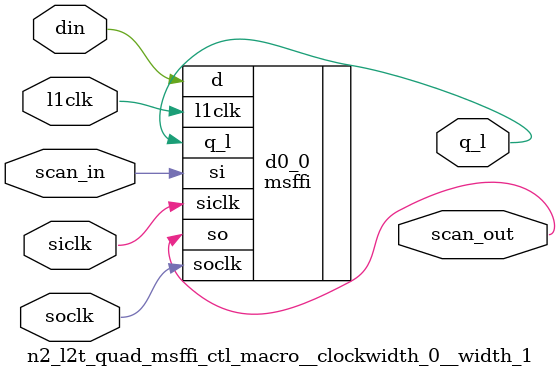
<source format=v>
`define L2T_ARR_D_WIDTH            28
`define L2T_ARR_DEPTH              512
`define WAY_HIT_WIDTH              16
`define BADREAD                	   BADBADD 



module n2_l2t_quad (
  vnw_ary, 
  scan_in, 
  scan_out, 
  arst_l, 
  din, 
  index, 
  lkup_tag, 
  l2clk, 
  pce_ov, 
  pce_out, 
  pce_din, 
  pce_ctl, 
  rd_en_a, 
  red_d_in, 
  red_en_in, 
  red_wen, 
  rid_in, 
  tcu_aclk, 
  tcu_bclk, 
  se_inff, 
  se_outff, 
  scan_en, 
  way, 
  wr_en_a, 
  wr_inhibit_a, 
  req_d_quad, 
  req_en_quad, 
  tag_way0, 
  tag_way1, 
  tag_way2, 
  tag_way3, 
  way_hit);
wire l1clk_din0;
wire l1clk_din1;
wire l1clk_in;
wire se_unused;
wire siclk;
wire soclk;
wire clk_stop;
wire [4:0] reg_d1;
wire [4:0] reg_d0;
wire [1:0] reg_en1;
wire [1:0] reg_en0;
wire [27:0] tag_way0_0;
wire [27:0] tag_way1_0;
wire [27:0] tag_way0_1;
wire [27:0] tag_way1_1;
wire [1:0] way_hit_a1;
wire [1:0] way_hit_a0;
wire [8:0] index_a;
wire [1:0] way_a0;
wire [1:0] way_a1;
wire [4:0] reg_d_in;
wire [1:0] reg_en_in;
wire not_quad_active;
wire quad_active_unused;
wire not_arst_l;
wire [1:0] not_rid_in;
wire rid_rgt1;
wire rid_rgt0;
wire rid_lft1;
wire rid_lft0;
wire rid_rgt1_wen;
wire reg_wen_rgt1;
wire rid_rgt0_wen;
wire reg_wen_rgt0;
wire rid_lft1_wen;
wire reg_wen_lft1;
wire rid_lft0_wen;
wire reg_wen_lft0;
wire bank0_scanout;
wire bank0_scanin;
wire [27:0] din_r;
wire bank1_scanout;
wire bank1_scanin;
wire reg_din_27_scanin;
wire reg_din_27_scanout;
wire reg_din_26_scanin;
wire reg_din_26_scanout;
wire reg_din_25_scanin;
wire reg_din_25_scanout;
wire reg_din_24_scanin;
wire reg_din_24_scanout;
wire reg_din_23_scanin;
wire reg_din_23_scanout;
wire reg_din_22_scanin;
wire reg_din_22_scanout;
wire reg_din_21_scanin;
wire reg_din_21_scanout;
wire reg_din_20_scanin;
wire reg_din_20_scanout;
wire reg_din_19_scanin;
wire reg_din_19_scanout;
wire reg_din_18_scanin;
wire reg_din_18_scanout;
wire reg_din_17_scanin;
wire reg_din_17_scanout;
wire reg_din_16_scanin;
wire reg_din_16_scanout;
wire reg_din_15_scanin;
wire reg_din_15_scanout;
wire reg_din_14_scanin;
wire reg_din_14_scanout;
wire reg_din_13_scanin;
wire reg_din_13_scanout;
wire reg_din_12_scanin;
wire reg_din_12_scanout;
wire reg_din_11_scanin;
wire reg_din_11_scanout;
wire reg_din_10_scanin;
wire reg_din_10_scanout;
wire reg_din_9_scanin;
wire reg_din_9_scanout;
wire reg_din_8_scanin;
wire reg_din_8_scanout;
wire reg_din_7_scanin;
wire reg_din_7_scanout;
wire reg_din_6_scanin;
wire reg_din_6_scanout;
wire reg_din_5_scanin;
wire reg_din_5_scanout;
wire reg_din_4_scanin;
wire reg_din_4_scanout;
wire reg_din_3_scanin;
wire reg_din_3_scanout;
wire reg_din_2_scanin;
wire reg_din_2_scanout;
wire reg_din_1_scanin;
wire reg_din_1_scanout;
wire reg_din_0_scanin;
wire reg_din_0_scanout;


input                           vnw_ary;
input         scan_in;
output        scan_out;

input    			 arst_l;
input   [`L2T_ARR_D_WIDTH - 1:0] din;
input   [8:0]			 index;
input   [`L2T_ARR_D_WIDTH - 1:1] lkup_tag;
input   			 l2clk;
input   			 pce_ov;
input   			 pce_out;
input   			 pce_din;
input   			 pce_ctl;
input   			 rd_en_a;
input   [4:0]			 red_d_in;
input   [1:0]			 red_en_in;
input   			 red_wen;
input   [3:0]			 rid_in;
input   			 tcu_aclk;
input   			 tcu_bclk;
input   			 se_inff;
input   			 se_outff;
input   			 scan_en;
input   [3:0]			 way;
input   			 wr_en_a;
input   			 wr_inhibit_a;

output  [4:0]			 req_d_quad;
output  [1:0]			 req_en_quad;
output  [`L2T_ARR_D_WIDTH - 1:0] tag_way0;
output  [`L2T_ARR_D_WIDTH - 1:0] tag_way1;
output  [`L2T_ARR_D_WIDTH - 1:0] tag_way2;
output  [`L2T_ARR_D_WIDTH - 1:0] tag_way3;
output  [3:0] 			 way_hit;

/////////////////////////////////////////
//         Clock Header                //
/////////////////////////////////////////
			      
// Clk. header for data input flops
//cl_sc1_l1hdr_48x clk_hdr_din (
//        .l2clk  (l2clk),
//        .pce    (pce_din),
//        .pce_ov (pce_ov),
//        .stop   (1'b0),
//        .l1clk  (l1clk_din),
//        .se     (se_inff)
//                              );

n2_l2t_quad_l1clkhdr_ctl_macro clk_hdr_din0 (
        .l2clk  (l2clk),
        .l1en    (pce_din),
        .pce_ov (pce_ov),
        .stop   (1'b0),
        .l1clk  (l1clk_din0),
        .se     (se_inff)
                              );

n2_l2t_quad_l1clkhdr_ctl_macro clk_hdr_din1 (
        .l2clk  (l2clk),
        .l1en    (pce_din),
        .pce_ov (pce_ov),
        .stop   (1'b0),
        .l1clk  (l1clk_din1),
        .se     (se_inff)
                              );



// Clk. header for control input flops
//cl_sc1_l1hdr_32x clk_hdr_ctl (
//        .l2clk  (l2clk),
//        .pce    (pce_ctl),
//        .pce_ov (pce_ov),
//        .stop   (1'b0),
//        .l1clk  (l1clk_in),
//        .se     (se_inff)
//                              );

n2_l2t_quad_l1clkhdr_ctl_macro clk_hdr_ctl (
        .l2clk  (l2clk),
        .l1en    (pce_ctl),
        .pce_ov (pce_ov),
        .stop   (1'b0),
        .l1clk  (l1clk_in),
        .se     (se_inff)
                              );

assign		se_unused    = se_inff;
assign          siclk = tcu_aclk;
assign          soclk = tcu_bclk;
assign		clk_stop   = 1'b0;


//---------------------------------------
//      output signals
//---------------------------------------
// reg_d1/reg_en0 are from top quad. reg_d0/reg_en0 are from bottom quad.

//assign req_d_quad[4:0]  = (reg_d1[4:0]  | reg_d0[4:0]); 
//assign req_en_quad[1:0] = (reg_en1[1:0] | reg_en0[1:0]); 

//Change to structural coding CC
//assign req_d_quad[4]  = (reg_d1[4]  | reg_d0[4]); 
//assign req_d_quad[3]  = (reg_d1[3]  | reg_d0[3]); 
//assign req_d_quad[2]  = (reg_d1[2]  | reg_d0[2]); 
//assign req_d_quad[1]  = (reg_d1[1]  | reg_d0[1]); 
//assign req_d_quad[0]  = (reg_d1[0]  | reg_d0[0]); 

n2_l2t_quad_or_macro__ports_2__width_5 or_req_d_quad    
                        (
                        .din0 (reg_d1[4:0]),
                        .din1 (reg_d0[4:0]),
                        .dout (req_d_quad[4:0])
                        );

//assign req_en_quad[1] = (reg_en1[1] | reg_en0[1]); 
//assign req_en_quad[0] = (reg_en1[0] | reg_en0[0]); 

n2_l2t_quad_or_macro__ports_2__width_2 or_req_en_quad    
                        (
                        .din0 (reg_en1[1:0]),
                        .din1 (reg_en0[1:0]),
                        .dout (req_en_quad[1:0])
                        );

assign tag_way0[`L2T_ARR_D_WIDTH - 1:0] = tag_way0_0[`L2T_ARR_D_WIDTH - 1:0];
assign tag_way2[`L2T_ARR_D_WIDTH - 1:0] = tag_way1_0[`L2T_ARR_D_WIDTH - 1:0];
assign tag_way1[`L2T_ARR_D_WIDTH - 1:0] = tag_way0_1[`L2T_ARR_D_WIDTH - 1:0];
assign tag_way3[`L2T_ARR_D_WIDTH - 1:0] = tag_way1_1[`L2T_ARR_D_WIDTH - 1:0];

assign way_hit[3] = way_hit_a1[1];
assign way_hit[2] = way_hit_a0[1];
assign way_hit[1] = way_hit_a1[0];
assign way_hit[0] = way_hit_a0[0];
//---------------------------------------
//      internal signals
//---------------------------------------

assign  index_a[8:0]    = index[8:0];

assign  way_a0[1:0]  	= {way[2], way[0]};
assign  way_a1[1:0]  	= {way[3], way[1]};

//assign   reg_d_in[4:0] = {arst_l, arst_l, arst_l, arst_l, arst_l} & red_d_in[4:0];
n2_l2t_quad_and_macro__ports_2__width_5 and_reg_d_in    
                        (
                        .din0 ({arst_l,arst_l, arst_l, arst_l, arst_l}),
                        .din1 (red_d_in[4:0]),
                        .dout (reg_d_in[4:0])
                        );

//assign   reg_en_in[1:0]	= {arst_l, arst_l} & red_en_in[1:0];
n2_l2t_quad_and_macro__ports_2__width_2 and_reg_en_in    
                        (
                        .din0 ({arst_l,arst_l}),
                        .din1 (red_en_in[1:0]),
                        .dout (reg_en_in[1:0])
                        );

// rid_in<3:2> selects one of four quads, and rid_in<1:0> selects one of
// four arrays in a quad.

//assign   quad_active	= ~(rid_in[3] && rid_in[2]) ;
n2_l2t_quad_and_macro__ports_2__width_1 and_quad_active    
                        (
                        .din0 (rid_in[3]),
                        .din1 (rid_in[2]),
                        .dout (not_quad_active)
                        );

n2_l2t_quad_inv_macro__width_1 inv_quad_active 
			(
			.din(not_quad_active),	
			.dout(quad_active_unused)
			);

// Bank0 (bottom bank)
//assign   reg_wen_lft0	= quad_active && (rid_in[1:0] == 2'b00) ? red_wen : 1'b0 ;
//assign   reg_wen_rgt0	= quad_active && (rid_in[1:0] == 2'b01) ? red_wen : 1'b0 ;
//assign   rid_rgt0	= quad_active && (rid_in[1:0] == 2'b01) ? 1'b1 : 1'b0;
//assign   rid_lft0	= quad_active && (rid_in[1:0] == 2'b00) ? 1'b1 : 1'b0;
// Bank1 (top bank)
//assign   reg_wen_lft1	= quad_active && (rid_in[1:0] == 2'b10) ? red_wen : 1'b0 ;
//assign   reg_wen_rgt1	= quad_active && (rid_in[1:0] == 2'b11) ? red_wen : 1'b0 ;
//assign   rid_rgt1	= quad_active && (rid_in[1:0] == 2'b11) ? 1'b1 : 1'b0;
//assign   rid_lft1	= quad_active && (rid_in[1:0] == 2'b10) ? 1'b1 : 1'b0;

// rid_in<1:0> selects one of four arrays :
// 	rid_in<1:0> 	= 11 => top, right array
// 	rid_in<1:0> 	= 10 => top, left  array
// 	rid_in<1:0> 	= 01 => bot, right array
// 	rid_in<1:0> 	= 00 => bot, left  array

// Change to structural CC
//assign   rid_rgt1	= !quad_active && ( (rid_in[1]) && ( rid_in[0]));
//assign   rid_lft1	= !quad_active && ( (rid_in[1]) && (!rid_in[0]));
//assign   rid_rgt0	= !quad_active && (!(rid_in[1]) && ( rid_in[0]));
//assign   rid_lft0	= !quad_active && (!(rid_in[1]) && (!rid_in[0]));


n2_l2t_quad_inv_macro__width_1 inv_arst_l  
                        (
                        .din (arst_l),
                        .dout (not_arst_l)
                        );

n2_l2t_quad_inv_macro__width_2 inv_rid_in  
                        (
                        .din (rid_in[1:0]),
                        .dout (not_rid_in[1:0])
                        );

n2_l2t_quad_and_macro__ports_3__width_1 and_rid_rgt1    
                        (
                        .din0 (not_quad_active),
                        .din1 (rid_in[0]),
                        .din2 (rid_in[1]),
                        .dout (rid_rgt1)
                        );

n2_l2t_quad_and_macro__ports_3__width_1 and_rid_rgt0    
                        (
                        .din0 (not_quad_active),
                        .din1 (rid_in[0]),
                        .din2 (not_rid_in[1]),
                        .dout (rid_rgt0)
                        );

n2_l2t_quad_and_macro__ports_3__width_1 and_rid_lft1    
                        (
                        .din0 (not_quad_active),
                        .din1 (not_rid_in[0]),
                        .din2 (rid_in[1]),
                        .dout (rid_lft1)
                        );

n2_l2t_quad_and_macro__ports_3__width_1 and_rid_lft0    
                        (
                        .din0 (not_quad_active),
                        .din1 (not_rid_in[0]),
                        .din2 (not_rid_in[1]),
                        .dout (rid_lft0)
                        );

//assign   reg_wen_rgt1	= !arst_l || (rid_rgt1 && red_wen);
//assign   reg_wen_lft1	= !arst_l || (rid_lft1 && red_wen);
//assign   reg_wen_rgt0	= !arst_l || (rid_rgt0 && red_wen);
//assign   reg_wen_lft0	= !arst_l || (rid_lft0 && red_wen);

n2_l2t_quad_or_macro__ports_2__width_1 or_reg_wen_rgt1    
                        (
                        .din0 (rid_rgt1_wen),
                        .din1 (not_arst_l),
                        .dout (reg_wen_rgt1)
                        );

n2_l2t_quad_or_macro__ports_2__width_1 or_reg_wen_rgt0    
                        (
                        .din0 (rid_rgt0_wen),
                        .din1 (not_arst_l),
                        .dout (reg_wen_rgt0)
                        );

n2_l2t_quad_or_macro__ports_2__width_1 or_reg_wen_lft1    
                        (
                        .din0 (rid_lft1_wen),
                        .din1 (not_arst_l),
                        .dout (reg_wen_lft1)
                        );

n2_l2t_quad_or_macro__ports_2__width_1 or_reg_wen_lft0    
                        (
                        .din0 (rid_lft0_wen),
                        .din1 (not_arst_l),
                        .dout (reg_wen_lft0)
                        );

n2_l2t_quad_and_macro__ports_2__width_1 and_rid_rgt1_wen    
                        (
                        .din0 (rid_rgt1),
                        .din1 (red_wen),
                        .dout (rid_rgt1_wen)
                        );

n2_l2t_quad_and_macro__ports_2__width_1 and_rid_rgt0_wen    
                        (
                        .din0 (rid_rgt0),
                        .din1 (red_wen),
                        .dout (rid_rgt0_wen)
                        );

n2_l2t_quad_and_macro__ports_2__width_1 and_rid_lft1_wen    
                        (
                        .din0 (rid_lft1),
                        .din1 (red_wen),
                        .dout (rid_lft1_wen)
                        );

n2_l2t_quad_and_macro__ports_2__width_1 and_rid_lft0_wen    
                        (
                        .din0 (rid_lft0),
                        .din1 (red_wen),
                        .dout (rid_lft0_wen)
                        );


//---------------------------------------
//      L2T BANKS INSTANTIATION
//---------------------------------------

n2_l2t_bank	bank0( /*AUTOINST*/
		      // Outputs
		      .scan_out		(bank0_scanout),	 // Templated
		      .reg_d		(reg_d0[4:0]),		 // Templated
		      .reg_en		(reg_en0[1:0]),		 // Templated
		      .tag_way0		(tag_way0_0[`L2T_ARR_D_WIDTH - 1:0]), // Templated
		      .tag_way1		(tag_way1_0[`L2T_ARR_D_WIDTH - 1:0]), // Templated
		      .way_hit_a	(way_hit_a0[1:0]),	 // Templated
		      // Inputs
		      .vnw_ary          (vnw_ary),
		      .l1clk_in		(l1clk_in),
		      .scan_in		(bank0_scanin),		 // Templated
		      .clk_stop		(clk_stop),
		      .se_outff		(se_outff),
		      .scan_en		(scan_en),
		      .din		(din_r[`L2T_ARR_D_WIDTH - 1 : 0]), // Templated
		      .index_a		(index_a[8:0]),
		      .l2clk		(l2clk),
		      .lkuptag_d1	(lkup_tag[`L2T_ARR_D_WIDTH-1:1]), // Templated
		      .pce_out		(pce_out),
		      .pce_ctl		(pce_ctl),
		      .pce_ov		(pce_ov),
		      .rd_en_a		(rd_en_a),
		      .reg_d_in		(reg_d_in[4:0]),
		      .reg_en_in	(reg_en_in[1:0]),
		      .reg_wen_lft	(reg_wen_lft0),		 // Templated
		      .reg_wen_rgt	(reg_wen_rgt0),		 // Templated
		      .rid_lft		(rid_lft0),		 // Templated
		      .rid_rgt		(rid_rgt0),		 // Templated
		      .tcu_aclk		(tcu_aclk),
		      .tcu_bclk		(tcu_bclk),
		      .way_a		(way_a0[1:0]),		 // Templated
		      .wr_en_a		(wr_en_a),
		      .wr_inhibit_a	(wr_inhibit_a));

n2_l2t_bank	bank1( /*AUTOINST*/
		      // Outputs
		      .scan_out		(bank1_scanout),	 // Templated
		      .reg_d		(reg_d1[4:0]),		 // Templated
		      .reg_en		(reg_en1[1:0]),		 // Templated
		      .tag_way0		(tag_way0_1[`L2T_ARR_D_WIDTH - 1:0]), // Templated
		      .tag_way1		(tag_way1_1[`L2T_ARR_D_WIDTH - 1:0]), // Templated
		      .way_hit_a	(way_hit_a1[1:0]),	 // Templated
		      // Inputs
                      .vnw_ary          (vnw_ary),
		      .l1clk_in		(l1clk_in),
		      .scan_in		(bank1_scanin),		 // Templated
		      .clk_stop		(clk_stop),
		      .se_outff		(se_outff),
		      .scan_en		(scan_en),
		      .din		(din_r[`L2T_ARR_D_WIDTH - 1 : 0]), // Templated
		      .index_a		(index_a[8:0]),
		      .l2clk		(l2clk),
		      .lkuptag_d1	(lkup_tag[`L2T_ARR_D_WIDTH-1:1]), // Templated
		      .pce_out		(pce_out),
		      .pce_ctl		(pce_ctl),
		      .pce_ov		(pce_ov),
		      .rd_en_a		(rd_en_a),
		      .reg_d_in		(reg_d_in[4:0]),
		      .reg_en_in	(reg_en_in[1:0]),
		      .reg_wen_lft	(reg_wen_lft1),		 // Templated
		      .reg_wen_rgt	(reg_wen_rgt1),		 // Templated
		      .rid_lft		(rid_lft1),		 // Templated
		      .rid_rgt		(rid_rgt1),		 // Templated
		      .tcu_aclk		(tcu_aclk),
		      .tcu_bclk		(tcu_bclk),
		      .way_a		(way_a1[1:0]),		 // Templated
		      .wr_en_a		(wr_en_a),
		      .wr_inhibit_a	(wr_inhibit_a));
//************************************************************************
//                      REGISTERS SECTION
//************************************************************************

n2_l2t_quad_msff_ctl_macro__width_1  reg_din_27  (.scan_in(reg_din_27_scanin), .scan_out(reg_din_27_scanout),
                                      .dout(din_r[27]), .l1clk(l1clk_din0), .din(din[27]),
  .siclk(siclk),
  .soclk(soclk));
n2_l2t_quad_msff_ctl_macro__width_1  reg_din_26  (.scan_in(reg_din_26_scanin), .scan_out(reg_din_26_scanout),
                                      .dout(din_r[26]), .l1clk(l1clk_din0), .din(din[26]),
  .siclk(siclk),
  .soclk(soclk));
n2_l2t_quad_msff_ctl_macro__width_1  reg_din_25  (.scan_in(reg_din_25_scanin), .scan_out(reg_din_25_scanout),
                                      .dout(din_r[25]), .l1clk(l1clk_din0), .din(din[25]),
  .siclk(siclk),
  .soclk(soclk));
n2_l2t_quad_msff_ctl_macro__width_1  reg_din_24  (.scan_in(reg_din_24_scanin), .scan_out(reg_din_24_scanout),
                                      .dout(din_r[24]), .l1clk(l1clk_din0), .din(din[24]),
  .siclk(siclk),
  .soclk(soclk));
n2_l2t_quad_msff_ctl_macro__width_1  reg_din_23  (.scan_in(reg_din_23_scanin), .scan_out(reg_din_23_scanout),
                                      .dout(din_r[23]), .l1clk(l1clk_din0), .din(din[23]),
  .siclk(siclk),
  .soclk(soclk));
n2_l2t_quad_msff_ctl_macro__width_1  reg_din_22  (.scan_in(reg_din_22_scanin), .scan_out(reg_din_22_scanout),
                                      .dout(din_r[22]), .l1clk(l1clk_din0), .din(din[22]),
  .siclk(siclk),
  .soclk(soclk));
n2_l2t_quad_msff_ctl_macro__width_1  reg_din_21  (.scan_in(reg_din_21_scanin), .scan_out(reg_din_21_scanout),
                                      .dout(din_r[21]), .l1clk(l1clk_din0), .din(din[21]),
  .siclk(siclk),
  .soclk(soclk));
n2_l2t_quad_msff_ctl_macro__width_1  reg_din_20  (.scan_in(reg_din_20_scanin), .scan_out(reg_din_20_scanout),
                                      .dout(din_r[20]), .l1clk(l1clk_din0), .din(din[20]),
  .siclk(siclk),
  .soclk(soclk));
n2_l2t_quad_msff_ctl_macro__width_1  reg_din_19  (.scan_in(reg_din_19_scanin), .scan_out(reg_din_19_scanout),
                                      .dout(din_r[19]), .l1clk(l1clk_din0), .din(din[19]),
  .siclk(siclk),
  .soclk(soclk));
n2_l2t_quad_msff_ctl_macro__width_1  reg_din_18  (.scan_in(reg_din_18_scanin), .scan_out(reg_din_18_scanout),
                                      .dout(din_r[18]), .l1clk(l1clk_din0), .din(din[18]),
  .siclk(siclk),
  .soclk(soclk));
n2_l2t_quad_msff_ctl_macro__width_1  reg_din_17  (.scan_in(reg_din_17_scanin), .scan_out(reg_din_17_scanout),
                                      .dout(din_r[17]), .l1clk(l1clk_din0), .din(din[17]),
  .siclk(siclk),
  .soclk(soclk));
n2_l2t_quad_msff_ctl_macro__width_1  reg_din_16  (.scan_in(reg_din_16_scanin), .scan_out(reg_din_16_scanout),
                                      .dout(din_r[16]), .l1clk(l1clk_din0), .din(din[16]),
  .siclk(siclk),
  .soclk(soclk));
n2_l2t_quad_msff_ctl_macro__width_1  reg_din_15  (.scan_in(reg_din_15_scanin), .scan_out(reg_din_15_scanout),
                                      .dout(din_r[15]), .l1clk(l1clk_din0), .din(din[15]),
  .siclk(siclk),
  .soclk(soclk));
n2_l2t_quad_msff_ctl_macro__width_1  reg_din_14  (.scan_in(reg_din_14_scanin), .scan_out(reg_din_14_scanout),
                                      .dout(din_r[14]), .l1clk(l1clk_din0), .din(din[14]),
  .siclk(siclk),
  .soclk(soclk));
n2_l2t_quad_msff_ctl_macro__width_1  reg_din_13  (.scan_in(reg_din_13_scanin), .scan_out(reg_din_13_scanout),
                                      .dout(din_r[13]), .l1clk(l1clk_din0), .din(din[13]),
  .siclk(siclk),
  .soclk(soclk));

n2_l2t_quad_msff_ctl_macro__width_1  reg_din_12  (.scan_in(reg_din_12_scanin), .scan_out(reg_din_12_scanout),
                                      .dout(din_r[12]), .l1clk(l1clk_din1), .din(din[12]),
  .siclk(siclk),
  .soclk(soclk));
n2_l2t_quad_msff_ctl_macro__width_1  reg_din_11  (.scan_in(reg_din_11_scanin), .scan_out(reg_din_11_scanout),
                                      .dout(din_r[11]), .l1clk(l1clk_din1), .din(din[11]),
  .siclk(siclk),
  .soclk(soclk));
n2_l2t_quad_msff_ctl_macro__width_1  reg_din_10  (.scan_in(reg_din_10_scanin), .scan_out(reg_din_10_scanout),
                                      .dout(din_r[10]), .l1clk(l1clk_din1), .din(din[10]),
  .siclk(siclk),
  .soclk(soclk));
n2_l2t_quad_msff_ctl_macro__width_1  reg_din_9  (.scan_in(reg_din_9_scanin), .scan_out(reg_din_9_scanout),
                                      .dout(din_r[9]), .l1clk(l1clk_din1), .din(din[9]),
  .siclk(siclk),
  .soclk(soclk));
n2_l2t_quad_msff_ctl_macro__width_1  reg_din_8  (.scan_in(reg_din_8_scanin), .scan_out(reg_din_8_scanout),
                                      .dout(din_r[8]), .l1clk(l1clk_din1), .din(din[8]),
  .siclk(siclk),
  .soclk(soclk));
n2_l2t_quad_msff_ctl_macro__width_1  reg_din_7  (.scan_in(reg_din_7_scanin), .scan_out(reg_din_7_scanout),
                                      .dout(din_r[7]), .l1clk(l1clk_din1), .din(din[7]),
  .siclk(siclk),
  .soclk(soclk));
n2_l2t_quad_msff_ctl_macro__width_1  reg_din_6  (.scan_in(reg_din_6_scanin), .scan_out(reg_din_6_scanout),
                                      .dout(din_r[6]), .l1clk(l1clk_din1), .din(din[6]),
  .siclk(siclk),
  .soclk(soclk));
n2_l2t_quad_msff_ctl_macro__width_1  reg_din_5  (.scan_in(reg_din_5_scanin), .scan_out(reg_din_5_scanout),
                                      .dout(din_r[5]), .l1clk(l1clk_din1), .din(din[5]),
  .siclk(siclk),
  .soclk(soclk));
n2_l2t_quad_msff_ctl_macro__width_1  reg_din_4  (.scan_in(reg_din_4_scanin), .scan_out(reg_din_4_scanout),
                                      .dout(din_r[4]), .l1clk(l1clk_din1), .din(din[4]),
  .siclk(siclk),
  .soclk(soclk));
n2_l2t_quad_msff_ctl_macro__width_1  reg_din_3  (.scan_in(reg_din_3_scanin), .scan_out(reg_din_3_scanout),
                                      .dout(din_r[3]), .l1clk(l1clk_din1), .din(din[3]),
  .siclk(siclk),
  .soclk(soclk));
n2_l2t_quad_msff_ctl_macro__width_1  reg_din_2  (.scan_in(reg_din_2_scanin), .scan_out(reg_din_2_scanout),
                                      .dout(din_r[2]), .l1clk(l1clk_din1), .din(din[2]),
  .siclk(siclk),
  .soclk(soclk));
n2_l2t_quad_msff_ctl_macro__width_1  reg_din_1  (.scan_in(reg_din_1_scanin), .scan_out(reg_din_1_scanout),
                                      .dout(din_r[1]), .l1clk(l1clk_din1), .din(din[1]),
  .siclk(siclk),
  .soclk(soclk));
n2_l2t_quad_msff_ctl_macro__width_1  reg_din_0  (.scan_in(reg_din_0_scanin), .scan_out(reg_din_0_scanout),
                                      .dout(din_r[0]), .l1clk(l1clk_din1), .din(din[0]),
  .siclk(siclk),
  .soclk(soclk));

// =============== VERILOG-MODE AUTO TEMPLATES

/*

n2_l2t_bank AUTO_TEMPLATE  (
                                .din(din_r[`L2T_ARR_D_WIDTH - 1 : 0]),
				.reg_wen_lft (reg_wen_lft@),
				.reg_wen_rgt (reg_wen_rgt@),
				.rid_lft (rid_lft@),
				.rid_rgt (rid_rgt@),
				.way_a (way_a@[1:0]),
				.tcu_pce_ov(pce_ov),
		      		.lkuptag_d1(lkup_tag[`L2T_ARR_D_WIDTH-1:1]),
				.reg_d(reg_d@[4:0]),
				.reg_en(reg_en@[1:0]),
				.tag_way0(tag_way0_@[`L2T_ARR_D_WIDTH - 1:0]),
				.tag_way1(tag_way1_@[`L2T_ARR_D_WIDTH - 1:0]),
				.way_hit_a (way_hit_a@[1:0]),
				.scan_out (bank@_scanout),
				.scan_in (bank@_scanin),
                           );

*/

// Manual scan section
assign bank1_scanin              = scan_in                  ;

assign reg_din_0_scanin          = bank1_scanout            ;
assign reg_din_1_scanin 	 = reg_din_0_scanout        ;
assign reg_din_2_scanin          = reg_din_1_scanout        ; 
assign reg_din_3_scanin 	 = reg_din_2_scanout        ;
assign reg_din_4_scanin          = reg_din_3_scanout        ;
assign reg_din_5_scanin 	 = reg_din_4_scanout        ;
assign reg_din_6_scanin          = reg_din_5_scanout        ;
assign reg_din_7_scanin 	 = reg_din_6_scanout        ;
assign reg_din_8_scanin          = reg_din_7_scanout        ;
assign reg_din_9_scanin 	 = reg_din_8_scanout        ;
assign reg_din_10_scanin         = reg_din_9_scanout        ;
assign reg_din_11_scanin         = reg_din_10_scanout       ;
assign reg_din_12_scanin         = reg_din_11_scanout       ;
assign reg_din_13_scanin         = reg_din_12_scanout       ;
assign reg_din_14_scanin         = reg_din_13_scanout       ;
assign reg_din_15_scanin         = reg_din_14_scanout       ;
assign reg_din_16_scanin         = reg_din_15_scanout       ;
assign reg_din_17_scanin         = reg_din_16_scanout       ;
assign reg_din_18_scanin         = reg_din_17_scanout       ;
assign reg_din_19_scanin         = reg_din_18_scanout       ;
assign reg_din_20_scanin         = reg_din_19_scanout       ;
assign reg_din_21_scanin         = reg_din_20_scanout       ;
assign reg_din_22_scanin         = reg_din_21_scanout       ;
assign reg_din_23_scanin         = reg_din_22_scanout       ;
assign reg_din_24_scanin         = reg_din_23_scanout       ;
assign reg_din_25_scanin         = reg_din_24_scanout       ;
assign reg_din_26_scanin         = reg_din_25_scanout       ;
assign reg_din_27_scanin         = reg_din_26_scanout       ;
assign bank0_scanin              = reg_din_27_scanout       ;
assign scan_out                  = bank0_scanout            ;
endmodule






// any PARAMS parms go into naming of macro

module n2_l2t_quad_l1clkhdr_ctl_macro (
  l2clk, 
  l1en, 
  pce_ov, 
  stop, 
  se, 
  l1clk);


  input l2clk;
  input l1en;
  input pce_ov;
  input stop;
  input se;
  output l1clk;



 

cl_sc1_l1hdr_8x c_0 (


   .l2clk(l2clk),
   .pce(l1en),
   .l1clk(l1clk),
  .se(se),
  .pce_ov(pce_ov),
  .stop(stop)
);



endmodule









//  
//   or macro for ports = 2,3
//
//





module n2_l2t_quad_or_macro__ports_2__width_5 (
  din0, 
  din1, 
  dout);
  input [4:0] din0;
  input [4:0] din1;
  output [4:0] dout;






or2 #(5)  d0_0 (
.in0(din0[4:0]),
.in1(din1[4:0]),
.out(dout[4:0])
);









endmodule





//  
//   or macro for ports = 2,3
//
//





module n2_l2t_quad_or_macro__ports_2__width_2 (
  din0, 
  din1, 
  dout);
  input [1:0] din0;
  input [1:0] din1;
  output [1:0] dout;






or2 #(2)  d0_0 (
.in0(din0[1:0]),
.in1(din1[1:0]),
.out(dout[1:0])
);









endmodule





//  
//   and macro for ports = 2,3,4
//
//





module n2_l2t_quad_and_macro__ports_2__width_5 (
  din0, 
  din1, 
  dout);
  input [4:0] din0;
  input [4:0] din1;
  output [4:0] dout;






and2 #(5)  d0_0 (
.in0(din0[4:0]),
.in1(din1[4:0]),
.out(dout[4:0])
);









endmodule





//  
//   and macro for ports = 2,3,4
//
//





module n2_l2t_quad_and_macro__ports_2__width_2 (
  din0, 
  din1, 
  dout);
  input [1:0] din0;
  input [1:0] din1;
  output [1:0] dout;






and2 #(2)  d0_0 (
.in0(din0[1:0]),
.in1(din1[1:0]),
.out(dout[1:0])
);









endmodule





//  
//   and macro for ports = 2,3,4
//
//





module n2_l2t_quad_and_macro__ports_2__width_1 (
  din0, 
  din1, 
  dout);
  input [0:0] din0;
  input [0:0] din1;
  output [0:0] dout;






and2 #(1)  d0_0 (
.in0(din0[0:0]),
.in1(din1[0:0]),
.out(dout[0:0])
);









endmodule





//
//   invert macro
//
//





module n2_l2t_quad_inv_macro__width_1 (
  din, 
  dout);
  input [0:0] din;
  output [0:0] dout;






inv #(1)  d0_0 (
.in(din[0:0]),
.out(dout[0:0])
);









endmodule





//
//   invert macro
//
//





module n2_l2t_quad_inv_macro__width_2 (
  din, 
  dout);
  input [1:0] din;
  output [1:0] dout;






inv #(2)  d0_0 (
.in(din[1:0]),
.out(dout[1:0])
);









endmodule





//  
//   and macro for ports = 2,3,4
//
//





module n2_l2t_quad_and_macro__ports_3__width_1 (
  din0, 
  din1, 
  din2, 
  dout);
  input [0:0] din0;
  input [0:0] din1;
  input [0:0] din2;
  output [0:0] dout;






and3 #(1)  d0_0 (
.in0(din0[0:0]),
.in1(din1[0:0]),
.in2(din2[0:0]),
.out(dout[0:0])
);









endmodule





//  
//   or macro for ports = 2,3
//
//





module n2_l2t_quad_or_macro__ports_2__width_1 (
  din0, 
  din1, 
  dout);
  input [0:0] din0;
  input [0:0] din1;
  output [0:0] dout;






or2 #(1)  d0_0 (
.in0(din0[0:0]),
.in1(din1[0:0]),
.out(dout[0:0])
);









endmodule







`define L2T_ARR_D_WIDTH            28
`define L2T_ARR_DEPTH              512
`define WAY_HIT_WIDTH              16
`define BADREAD                	   BADBADD 



module n2_l2t_bank (
  l1clk_in, 
  scan_in, 
  clk_stop, 
  se_outff, 
  scan_en, 
  vnw_ary, 
  scan_out, 
  din, 
  index_a, 
  l2clk, 
  lkuptag_d1, 
  pce_out, 
  pce_ctl, 
  pce_ov, 
  rd_en_a, 
  reg_d_in, 
  reg_en_in, 
  reg_wen_lft, 
  reg_wen_rgt, 
  rid_lft, 
  rid_rgt, 
  tcu_aclk, 
  tcu_bclk, 
  way_a, 
  wr_en_a, 
  wr_inhibit_a, 
  reg_d, 
  reg_en, 
  tag_way0, 
  tag_way1, 
  way_hit_a);
wire l1clk_int_v1;
wire l1clk_int_v2;
wire l1clk_out0;
wire l1clk_out1;
wire se_unused;
wire siclk;
wire soclk;
wire w1_cmp27to19;
wire w1_cmp27to25;
wire w1_cmp24to22;
wire w1_cmp21to19;
wire w0_cmp27to19;
wire w0_cmp27to25;
wire w0_cmp24to22;
wire w0_cmp21to19;
wire w1_cmp18to10;
wire w1_cmp18to16;
wire w1_cmp15to13;
wire w1_cmp12to10;
wire w0_cmp18to10;
wire w0_cmp18to16;
wire w0_cmp15to13;
wire w0_cmp12to10;
wire w1_cmp9to1;
wire w1_cmp9to7;
wire w1_cmp6to4;
wire w1_cmp3to1;
wire w0_cmp9to1;
wire w0_cmp9to7;
wire w0_cmp6to4;
wire w0_cmp3to1;
wire w1_cmp27to1;
wire rd_en_d1_a;
wire w0_cmp27to1;
wire [4:0] reg_d_lft;
wire [4:0] reg_d_rgt;
wire rid_lft_b;
wire rid_rgt_b;
wire [1:0] reg_en_lft;
wire [1:0] reg_en_rgt;
wire ln1clk;
wire ln2clk;
wire wr_inhibit_a_l;
wire not_reg_wen_lft;
wire wen_clk_lft;
wire not_reg_wen_rgt;
wire wen_clk_rgt;
wire en_lft;
wire en_rgt;
wire [4:0] not_reg_d_lft;
wire [1:0] rpda_lft;
wire [3:0] rpdb_lft;
wire [3:0] rpdc_lft;
wire [4:0] not_reg_d_rgt;
wire [1:0] rpda_rgt;
wire [3:0] rpdb_rgt;
wire [3:0] rpdc_rgt;
wire [27:0] sao_mx0_h;
wire [27:0] sao_mx0_l;
wire [27:0] sao_mx1_h;
wire [27:0] sao_mx1_l;
wire [8:0] addr_b;
wire rd_en_b;
wire wr_en_b;
wire wr_en_d1_a;
wire [1:0] wr_way_b;
wire [1:0] wr_way_b_l;
wire [27:0] sao_mx1;
wire [27:0] sao_mx0;
wire reg_addr_b_8_scanin;
wire reg_addr_b_8_scanout;
wire reg_addr_b_8_unused;
wire reg_addr_b_7_scanin;
wire reg_addr_b_7_scanout;
wire reg_addr_b_7_unused;
wire reg_addr_b_6_scanin;
wire reg_addr_b_6_scanout;
wire reg_addr_b_6_unused;
wire reg_addr_b_5_scanin;
wire reg_addr_b_5_scanout;
wire reg_addr_b_5_unused;
wire reg_addr_b_4_scanin;
wire reg_addr_b_4_scanout;
wire reg_addr_b_4_unused;
wire reg_addr_b_3_scanin;
wire reg_addr_b_3_scanout;
wire reg_addr_b_3_unused;
wire reg_addr_b_2_scanin;
wire reg_addr_b_2_scanout;
wire reg_addr_b_2_unused;
wire reg_addr_b_1_scanin;
wire reg_addr_b_1_scanout;
wire reg_addr_b_1_unused;
wire reg_addr_b_0_scanin;
wire reg_addr_b_0_scanout;
wire reg_addr_b_0_unused;
wire reg_wr_way_b_scanin;
wire reg_wr_way_b_scanout;
wire reg_wr_en_b_scanin;
wire reg_wr_en_b_scanout;
wire reg_wr_en_b_unused;
wire reg_rd_en_b_scanin;
wire reg_rd_en_b_scanout;
wire reg_rd_en_b_unused;
wire reg_wr_en_a_scanin;
wire reg_wr_en_a_scanout;
wire reg_rd_en_a_scanin;
wire reg_rd_en_a_scanout;
wire reg_tag_way1_27_scanin;
wire reg_tag_way1_27_scanout;
wire reg_tag_way0_27_scanin;
wire reg_tag_way0_27_scanout;
wire reg_tag_way1_26_scanin;
wire reg_tag_way1_26_scanout;
wire reg_tag_way0_26_scanin;
wire reg_tag_way0_26_scanout;
wire reg_tag_way1_25_scanin;
wire reg_tag_way1_25_scanout;
wire reg_tag_way0_25_scanin;
wire reg_tag_way0_25_scanout;
wire reg_tag_way1_24_scanin;
wire reg_tag_way1_24_scanout;
wire reg_tag_way0_24_scanin;
wire reg_tag_way0_24_scanout;
wire reg_tag_way1_23_scanin;
wire reg_tag_way1_23_scanout;
wire reg_tag_way0_23_scanin;
wire reg_tag_way0_23_scanout;
wire reg_tag_way1_22_scanin;
wire reg_tag_way1_22_scanout;
wire reg_tag_way0_22_scanin;
wire reg_tag_way0_22_scanout;
wire reg_tag_way1_21_scanin;
wire reg_tag_way1_21_scanout;
wire reg_tag_way0_21_scanin;
wire reg_tag_way0_21_scanout;
wire reg_tag_way1_20_scanin;
wire reg_tag_way1_20_scanout;
wire reg_tag_way0_20_scanin;
wire reg_tag_way0_20_scanout;
wire reg_tag_way1_19_scanin;
wire reg_tag_way1_19_scanout;
wire reg_tag_way0_19_scanin;
wire reg_tag_way0_19_scanout;
wire reg_tag_way1_18_scanin;
wire reg_tag_way1_18_scanout;
wire reg_tag_way0_18_scanin;
wire reg_tag_way0_18_scanout;
wire reg_tag_way1_17_scanin;
wire reg_tag_way1_17_scanout;
wire reg_tag_way0_17_scanin;
wire reg_tag_way0_17_scanout;
wire reg_tag_way1_16_scanin;
wire reg_tag_way1_16_scanout;
wire reg_tag_way0_16_scanin;
wire reg_tag_way0_16_scanout;
wire reg_tag_way1_15_scanin;
wire reg_tag_way1_15_scanout;
wire reg_tag_way0_15_scanin;
wire reg_tag_way0_15_scanout;
wire reg_tag_way1_14_scanin;
wire reg_tag_way1_14_scanout;
wire reg_tag_way0_14_scanin;
wire reg_tag_way0_14_scanout;
wire reg_tag_way1_13_scanin;
wire reg_tag_way1_13_scanout;
wire reg_tag_way0_13_scanin;
wire reg_tag_way0_13_scanout;
wire reg_tag_way1_12_scanin;
wire reg_tag_way1_12_scanout;
wire reg_tag_way0_12_scanin;
wire reg_tag_way0_12_scanout;
wire reg_tag_way1_11_scanin;
wire reg_tag_way1_11_scanout;
wire reg_tag_way0_11_scanin;
wire reg_tag_way0_11_scanout;
wire reg_tag_way1_10_scanin;
wire reg_tag_way1_10_scanout;
wire reg_tag_way0_10_scanin;
wire reg_tag_way0_10_scanout;
wire reg_tag_way1_9_scanin;
wire reg_tag_way1_9_scanout;
wire reg_tag_way0_9_scanin;
wire reg_tag_way0_9_scanout;
wire reg_tag_way1_8_scanin;
wire reg_tag_way1_8_scanout;
wire reg_tag_way0_8_scanin;
wire reg_tag_way0_8_scanout;
wire reg_tag_way1_7_scanin;
wire reg_tag_way1_7_scanout;
wire reg_tag_way0_7_scanin;
wire reg_tag_way0_7_scanout;
wire reg_tag_way1_6_scanin;
wire reg_tag_way1_6_scanout;
wire reg_tag_way0_6_scanin;
wire reg_tag_way0_6_scanout;
wire reg_tag_way1_5_scanin;
wire reg_tag_way1_5_scanout;
wire reg_tag_way0_5_scanin;
wire reg_tag_way0_5_scanout;
wire reg_tag_way1_4_scanin;
wire reg_tag_way1_4_scanout;
wire reg_tag_way0_4_scanin;
wire reg_tag_way0_4_scanout;
wire reg_tag_way1_3_scanin;
wire reg_tag_way1_3_scanout;
wire reg_tag_way0_3_scanin;
wire reg_tag_way0_3_scanout;
wire reg_tag_way1_2_scanin;
wire reg_tag_way1_2_scanout;
wire reg_tag_way0_2_scanin;
wire reg_tag_way0_2_scanout;
wire reg_tag_way1_1_scanin;
wire reg_tag_way1_1_scanout;
wire reg_tag_way0_1_scanin;
wire reg_tag_way0_1_scanout;
wire reg_tag_way1_0_scanin;
wire reg_tag_way1_0_scanout;
wire reg_tag_way0_0_scanin;
wire reg_tag_way0_0_scanout;
wire reg_way_hit_a0_scanin;
wire reg_way_hit_a0_scanout;
wire reg_way_hit_a1_scanin;
wire reg_way_hit_a1_scanout;


//   input         l2clk;                  // cmp clock
input         	   l1clk_in;                  // io clock
input         	   scan_in;
input              clk_stop;
input              se_outff;
input              scan_en;
input              vnw_ary;

//   input         tcu_aclk;
//   input         tcu_bclk;
//   input         tcu_scan_en;
//   input         tcu_muxtest;
//   input         tcu_dectest;
output        scan_out;

input	[`L2T_ARR_D_WIDTH - 1:0]	din;
input   [8:0]	 			index_a;
input   	 			l2clk;
input   [`L2T_ARR_D_WIDTH - 1:1] 	lkuptag_d1;
input   	 			pce_out;
input   	 			pce_ctl;
input   	 			pce_ov;
input   	 			rd_en_a;
input   [4:0]	 			reg_d_in;
input   [1:0]	 			reg_en_in;
input   	 			reg_wen_lft;
input   	 			reg_wen_rgt;
input   	 			rid_lft;
input   	 			rid_rgt;
input   	 			tcu_aclk;
input   	 			tcu_bclk;
input   [1:0]	 			way_a;
input   	 			wr_en_a;
input   	 			wr_inhibit_a;

output  [4:0] 				reg_d;
output  [1:0] 				reg_en;
output  [`L2T_ARR_D_WIDTH - 1:0] 	tag_way0;
output  [`L2T_ARR_D_WIDTH - 1:0] 	tag_way1;
output  [1:0] 				way_hit_a;



/////////////////////////////////////////
//	   Clock Header		       //
/////////////////////////////////////////

//INTERNAL HEADER
//
n2_l2t_quad_l1clkhdr_ctl_macro clk_hdr_int_v1 (
        .l2clk  (l2clk),
        .l1en    (pce_ctl),	
        .pce_ov (pce_ov),
        .stop   (clk_stop),
	.se	(scan_en),
        .l1clk  (l1clk_int_v1));

n2_l2t_quad_l1clkhdr_ctl_macro clk_hdr_int_v2 (
        .l2clk  (l2clk),
        .l1en    (pce_ctl),	
        .pce_ov (pce_ov),
        .stop   (clk_stop),
	.se	(scan_en),
        .l1clk  (l1clk_int_v2));


//OUTPUT HEADER
//
n2_l2t_quad_l1clkhdr_ctl_macro clk_hdr_out0 (
        .l2clk  (l2clk),
        .l1en    (pce_out),	
        .pce_ov (pce_ov),
        .stop   (clk_stop),
	.se	(se_outff),
        .l1clk  (l1clk_out0));

n2_l2t_quad_l1clkhdr_ctl_macro clk_hdr_out1 (
        .l2clk  (l2clk),
        .l1en    (pce_out),	
        .pce_ov (pce_ov),
        .stop   (clk_stop),
	.se	(se_outff),
        .l1clk  (l1clk_out1));

assign		se_unused    	= se_outff;
assign          siclk 		= tcu_aclk;
assign          soclk 		= tcu_bclk;

//---------------------------------------
//	output signals
//---------------------------------------

//  Behaviourial coding for compare:
//assign way_hit_a_l[1]	= (lkuptag_d1[`L2T_ARR_D_WIDTH - 1 :1] == sao_mx1_h[`L2T_ARR_D_WIDTH - 1 :1] ) ?
//				1'b0 : 1'b1;
//assign way_hit_a_l[0]	= (lkuptag_d1[`L2T_ARR_D_WIDTH - 1 :1] == sao_mx0_h[`L2T_ARR_D_WIDTH - 1 :1] ) ?
//				1'b0 : 1'b1;

// Structural coding for 27bit compare (for two ways):
n2_l2t_quad_nor_macro__ports_3__width_1 w1_nor_cmp27to19 (
	.dout (w1_cmp27to19),
        .din0 (w1_cmp27to25),
	.din1 (w1_cmp24to22),
	.din2 (w1_cmp21to19));	

n2_l2t_quad_nor_macro__ports_3__width_1 w0_nor_cmp27to19 
	(
	.dout (w0_cmp27to19),
        .din0 (w0_cmp27to25),
	.din1 (w0_cmp24to22),
	.din2 (w0_cmp21to19));	

n2_l2t_quad_nor_macro__ports_3__width_1 w1_nor_cmp18to10 
	(
	.dout (w1_cmp18to10),
        .din0 (w1_cmp18to16),
	.din1 (w1_cmp15to13),
	.din2 (w1_cmp12to10));	

n2_l2t_quad_nor_macro__ports_3__width_1 w0_nor_cmp18to10 
	(
	.dout (w0_cmp18to10),
        .din0 (w0_cmp18to16),
	.din1 (w0_cmp15to13),
	.din2 (w0_cmp12to10));	


n2_l2t_quad_nor_macro__ports_3__width_1 w1_nor_cmp9to1 
	(
	.dout (w1_cmp9to1),
        .din0 (w1_cmp9to7),
	.din1 (w1_cmp6to4),
	.din2 (w1_cmp3to1));	


n2_l2t_quad_nor_macro__ports_3__width_1 w0_nor_cmp9to1 
	(
	.dout (w0_cmp9to1),
        .din0 (w0_cmp9to7),
	.din1 (w0_cmp6to4),
	.din2 (w0_cmp3to1));	


// Third stage nand 
//assign w1_cmp27to1  = ~(rd_en_d1_a & w1_cmp27to19 & w1_cmp18to10 & w1_cmp9to1);
//assign w0_cmp27to1  = ~(rd_en_d1_a & w0_cmp27to19 & w0_cmp18to10 & w0_cmp9to1);

n2_l2t_quad_nand_macro__ports_4__width_1 w1_nand_cmp27to1 
	(
	.dout (w1_cmp27to1),
        .din0 (rd_en_d1_a),
	.din1 (w1_cmp27to19),
	.din2 (w1_cmp18to10),
	.din3 (w1_cmp9to1));	

n2_l2t_quad_nand_macro__ports_4__width_1 w0_nand_cmp27to1 
	(
	.dout (w0_cmp27to1),
        .din0 (rd_en_d1_a),
	.din1 (w0_cmp27to19),
	.din2 (w0_cmp18to10),
	.din3 (w0_cmp9to1));	

// The mux is not explicit (check with Connie)
//assign	reg_sel[1:0]	= {rid_lft_b, rid_rgt_b};
//assign	reg_d[4:0]	= (reg_sel == 2'b10) ? reg_d_lft[4:0]  : (reg_sel == 2'b01) ? reg_d_rgt[4:0]  : 5'b00000; 
//assign	reg_en[1:0]	= (reg_sel == 2'b10) ? reg_en_lft[1:0] : (reg_sel == 2'b01) ? reg_en_rgt[1:0] : 2'b00; 

n2_l2t_quad_mux_macro__mux_aonpe__ports_2__stack_156c__width_5 mux_reg_d_lft_reg_d_rgt  
        (
        .dout   (reg_d[4:0]),
        .din0   (reg_d_lft[4:0]),
        .din1   (reg_d_rgt[4:0]),
        .sel0   (rid_lft_b),
        .sel1   (rid_rgt_b)
        );

n2_l2t_quad_mux_macro__mux_aonpe__ports_2__stack_156c__width_2 mux_reg_en_lft_reg_en_rgt  
        (
        .dout   (reg_en[1:0]),
        .din0   (reg_en_lft[1:0]),
        .din1   (reg_en_rgt[1:0]),
        .sel0   (rid_lft_b),
        .sel1   (rid_rgt_b)
        );



//---------------------------------------
//	internal signals
//---------------------------------------
assign ln1clk 		=  l1clk_int_v2;
assign ln2clk 		=  l1clk_int_v2;
//Change to structural CC
// assign wr_inhibit_a_l 	=  ~wr_inhibit_a;

n2_l2t_quad_inv_macro__width_1	inv_wr_inhibit_a   
                        (
                        .din (wr_inhibit_a),
                        .dout (wr_inhibit_a_l)
                        );

//---------------------------------------
//	Redundancy section
//---------------------------------------

//Change to structural CC
//assign wen_clk_lft	= ~((~l1clk_int_v1) && reg_wen_lft);
//assign wen_clk_rgt	= ~((~l1clk_int_v2) && reg_wen_rgt);

n2_l2t_quad_inv_macro__width_1 inv_reg_wen_lft  
                        (
                        .din (reg_wen_lft),
                        .dout (not_reg_wen_lft)
                        );

n2_l2t_quad_or_macro__ports_2__width_1 or_wen_clk_lft  
                        (
                        .din0 (l1clk_int_v1),
                        .din1 (not_reg_wen_lft),
                        .dout (wen_clk_lft)
			);
			
n2_l2t_quad_inv_macro__width_1 inv_reg_wen_rgt 
                        (
                        .din (reg_wen_rgt),
                        .dout (not_reg_wen_rgt)
                        );

n2_l2t_quad_or_macro__ports_2__width_1 or_wen_clk_rgt  
                        (
                        .din0 (l1clk_int_v2),
                        .din1 (not_reg_wen_rgt),
                        .dout (wen_clk_rgt)
			);
			

//assign en_lft		= &reg_en_lft[1:0];
//assign en_rgt		= &reg_en_rgt[1:0];

n2_l2t_quad_and_macro__ports_2__width_1 and_en_lft  
                        (
                        .din0 (reg_en_lft[0]),
                        .din1 (reg_en_lft[1]),
                        .dout (en_lft)
			);

n2_l2t_quad_and_macro__ports_2__width_1 and_en_rgt  
                        (
                        .din0 (reg_en_rgt[0]),
                        .din1 (reg_en_rgt[1]),
                        .dout (en_rgt)
			);

// Redundancy decoding :
//Change to structural CC

// LEFT SIDE 
n2_l2t_quad_inv_macro__width_5 inv_reg_d_lft  
                        (
                        .din (reg_d_lft[4:0]),
                        .dout (not_reg_d_lft[4:0])
                        );

//assign rpdb_lft[3] = en_lft && ( reg_d_lft[3]) && ( reg_d_lft[2]); 
//assign rpda_lft[1] = en_lft && ( reg_d_lft[4]); 
n2_l2t_quad_and_macro__ports_2__width_1 and_rpda_lft_1   
                        (
                        .din0 (reg_d_lft[4]),
                        .din1 (en_lft),
                        .dout (rpda_lft[1])
                        );

//assign rpda_lft[0] = en_lft && (~reg_d_lft[4]); 
n2_l2t_quad_and_macro__ports_2__width_1 and_rpda_lft_0   
                        (
                        .din0 (not_reg_d_lft[4]),
                        .din1 (en_lft),
                        .dout (rpda_lft[0])
                        );

n2_l2t_quad_and_macro__ports_3__width_1 and_rpdb_lft_3   
                        (
                        .din0 (reg_d_lft[3]),
                        .din1 (en_lft),
                        .din2 (reg_d_lft[2]),
                        .dout (rpdb_lft[3])
                        );

//assign rpdb_lft[2] = en_lft && ( reg_d_lft[3]) && (~reg_d_lft[2]); 
n2_l2t_quad_and_macro__ports_3__width_1 and_rpdb_lft_2   
                        (
                        .din0 (reg_d_lft[3]),
                        .din1 (en_lft),
                        .din2 (not_reg_d_lft[2]),
                        .dout (rpdb_lft[2])
                        );

//assign rpdb_lft[1] = en_lft && (~reg_d_lft[3]) && ( reg_d_lft[2]); 
n2_l2t_quad_and_macro__ports_3__width_1 and_rpdb_lft_1   
                        (
                        .din0 (not_reg_d_lft[3]),
                        .din1 (en_lft),
                        .din2 (reg_d_lft[2]),
                        .dout (rpdb_lft[1])
                        );

//assign rpdb_lft[0] = en_lft && (~reg_d_lft[3]) && (~reg_d_lft[2]); 
n2_l2t_quad_and_macro__ports_3__width_1 and_rpdb_lft_0   
                        (
                        .din0 (not_reg_d_lft[3]),
                        .din1 (en_lft),
                        .din2 (not_reg_d_lft[2]),
                        .dout (rpdb_lft[0])
                        );

//assign rpdc_lft[3] = en_lft && ( reg_d_lft[1]) && ( reg_d_lft[0]); 
n2_l2t_quad_and_macro__ports_3__width_1 and_rpdc_lft_3   
                        (
                        .din0 (reg_d_lft[1]),
                        .din1 (en_lft),
                        .din2 (reg_d_lft[0]),
                        .dout (rpdc_lft[3])
                        );

//assign rpdc_lft[2] = en_lft && ( reg_d_lft[1]) && (~reg_d_lft[0]); 
n2_l2t_quad_and_macro__ports_3__width_1 and_rpdc_lft_2   
                        (
                        .din0 (reg_d_lft[1]),
                        .din1 (en_lft),
                        .din2 (not_reg_d_lft[0]),
                        .dout (rpdc_lft[2])
                        );

//assign rpdc_lft[1] = en_lft && (~reg_d_lft[1]) && ( reg_d_lft[0]); 
n2_l2t_quad_and_macro__ports_3__width_1 and_rpdc_lft_1   
                        (
                        .din0 (reg_d_lft[0]),
                        .din1 (en_lft),
                        .din2 (not_reg_d_lft[1]),
                        .dout (rpdc_lft[1])
                        );

//assign rpdc_lft[0] = en_lft && (~reg_d_lft[1]) && (~reg_d_lft[0]); 
n2_l2t_quad_and_macro__ports_3__width_1 and_rpdc_lft_0   
                        (
                        .din0 (not_reg_d_lft[0]),
                        .din1 (en_lft),
                        .din2 (not_reg_d_lft[1]),
                        .dout (rpdc_lft[0])
                        );
// RIGHT SIDE 
n2_l2t_quad_inv_macro__width_5 inv_reg_d_rgt  
                        (
                        .din (reg_d_rgt[4:0]),
                        .dout (not_reg_d_rgt[4:0])
                        );

//assign rpda_rgt[1] = en_rgt && ( reg_d_rgt[4]); 
n2_l2t_quad_and_macro__ports_2__width_1 and_rpda_rgt_1   
                        (
                        .din0 (reg_d_rgt[4]),
                        .din1 (en_rgt),
                        .dout (rpda_rgt[1])
                        );

//assign rpda_rgt[0] = en_rgt && (~reg_d_rgt[4]); 
n2_l2t_quad_and_macro__ports_2__width_1 and_rpda_rgt_0   
                        (
                        .din0 (not_reg_d_rgt[4]),
                        .din1 (en_rgt),
                        .dout (rpda_rgt[0])
                        );

//assign rpdb_rgt[3] = en_rgt && ( reg_d_rgt[3]) && ( reg_d_rgt[2]); 
n2_l2t_quad_and_macro__ports_3__width_1 and_rpdb_rgt_3   
                        (
                        .din0 (reg_d_rgt[2]),
                        .din1 (en_rgt),
                        .din2 (reg_d_rgt[3]),
                        .dout (rpdb_rgt[3])
                        );

//assign rpdb_rgt[2] = en_rgt && ( reg_d_rgt[3]) && (~reg_d_rgt[2]); 
n2_l2t_quad_and_macro__ports_3__width_1 and_rpdb_rgt_2   
                        (
                        .din0 (not_reg_d_rgt[2]),
                        .din1 (en_rgt),
                        .din2 (reg_d_rgt[3]),
                        .dout (rpdb_rgt[2])
                        );

//assign rpdb_rgt[1] = en_rgt && (~reg_d_rgt[3]) && ( reg_d_rgt[2]); 
n2_l2t_quad_and_macro__ports_3__width_1 and_rpdb_rgt_1   
                        (
                        .din0 (reg_d_rgt[2]),
                        .din1 (en_rgt),
                        .din2 (not_reg_d_rgt[3]),
                        .dout (rpdb_rgt[1])
                        );

//assign rpdb_rgt[0] = en_rgt && (~reg_d_rgt[3]) && (~reg_d_rgt[2]); 
n2_l2t_quad_and_macro__ports_3__width_1 and_rpdb_rgt_0   
                        (
                        .din0 (not_reg_d_rgt[2]),
                        .din1 (en_rgt),
                        .din2 (not_reg_d_rgt[3]),
                        .dout (rpdb_rgt[0])
                        );

//assign rpdc_rgt[3] = en_rgt && ( reg_d_rgt[1]) && ( reg_d_rgt[0]); 
n2_l2t_quad_and_macro__ports_3__width_1 and_rpdc_rgt_3   
                        (
                        .din0 (reg_d_rgt[1]),
                        .din1 (en_rgt),
                        .din2 (reg_d_rgt[0]),
                        .dout (rpdc_rgt[3])
                        );

//assign rpdc_rgt[2] = en_rgt && ( reg_d_rgt[1]) && (~reg_d_rgt[0]); 
n2_l2t_quad_and_macro__ports_3__width_1 and_rpdc_rgt_2   
                        (
                        .din0 (reg_d_rgt[1]),
                        .din1 (en_rgt),
                        .din2 (not_reg_d_rgt[0]),
                        .dout (rpdc_rgt[2])
                        );

//assign rpdc_rgt[1] = en_rgt && (~reg_d_rgt[1]) && ( reg_d_rgt[0]); 
n2_l2t_quad_and_macro__ports_3__width_1 and_rpdc_rgt_1   
                        (
                        .din0 (not_reg_d_rgt[1]),
                        .din1 (en_rgt),
                        .din2 (reg_d_rgt[0]),
                        .dout (rpdc_rgt[1])
                        );

//assign rpdc_rgt[0] = en_rgt && (~reg_d_rgt[1]) && (~reg_d_rgt[0]); 
n2_l2t_quad_and_macro__ports_3__width_1 and_rpdc_rgt_0   
                        (
                        .din0 (not_reg_d_rgt[1]),
                        .din1 (en_rgt),
                        .din2 (not_reg_d_rgt[0]),
                        .dout (rpdc_rgt[0])
                        );

// ---


//assign rpda_lft[1:0]	= en_lft ? (reg_d_lft[4] ? 2'b10 : 2'b01 ): 2'b00; 
//assign rpdb_lft[3:0]	= en_lft ? ((reg_d_lft[3:2] == 2'b11) ? 4'b1000 :  
//				    (reg_d_lft[3:2] == 2'b10) ? 4'b0100 :
//				    (reg_d_lft[3:2] == 2'b01) ? 4'b0010 :
//				     				4'b0001 ) : 4'b0000;
//assign rpdc_lft[3:0]	= en_lft ? ((reg_d_lft[1:0] == 2'b11) ? 4'b1000 :  
//				    (reg_d_lft[1:0] == 2'b10) ? 4'b0100 :
//				    (reg_d_lft[1:0] == 2'b01) ? 4'b0010 :
//				     				4'b0001 ) : 4'b0000;
//assign rpda_rgt[1:0]	= en_rgt ? (reg_d_rgt[4] ? 2'b10 : 2'b01 ): 2'b00; 
//assign rpdb_rgt[3:0]	= en_rgt ? ((reg_d_rgt[3:2] == 2'b11) ? 4'b1000 :  
//				    (reg_d_rgt[3:2] == 2'b10) ? 4'b0100 :
//				    (reg_d_rgt[3:2] == 2'b01) ? 4'b0010 :
//				     				4'b0001 ) : 4'b0000;
//assign rpdc_rgt[3:0]	= en_rgt ? ((reg_d_rgt[1:0] == 2'b11) ? 4'b1000 :  
//				    (reg_d_rgt[1:0] == 2'b10) ? 4'b0100 :
//				    (reg_d_rgt[1:0] == 2'b01) ? 4'b0010 :
//				     				4'b0001 ) : 4'b0000;


//---------------------------------------
//	L2T ARRAY INSTANTIATION 
//---------------------------------------
n2_l2t_array l2t_array (/*AUTOINST*/
			// Outputs
			.sao_mx0_h	(sao_mx0_h[`L2T_ARR_D_WIDTH-1:0]),
			.sao_mx0_l	(sao_mx0_l[`L2T_ARR_D_WIDTH-1:0]),
			.sao_mx1_h	(sao_mx1_h[`L2T_ARR_D_WIDTH-1:0]),
			.sao_mx1_l	(sao_mx1_l[`L2T_ARR_D_WIDTH-1:0]),
			// Inputs
		        .vnw_ary          (vnw_ary),
			.din		(din[`L2T_ARR_D_WIDTH - 1 : 0]), // Templated
			.addr_b		(addr_b[8:0]),
			.l1clk_internal_v1(l1clk_int_v1),		 // Templated
			.l1clk_internal_v2(l1clk_int_v2),		 // Templated
			.ln1clk		(ln1clk),
			.ln2clk		(ln2clk),
			.rd_en_b	(rd_en_b),
			.rd_en_d1_a	(rd_en_d1_a),
			.rpda_lft	(rpda_lft[1:0]),
			.rpda_rgt	(rpda_rgt[1:0]),
			.rpdb_lft	(rpdb_lft[3:0]),
			.rpdb_rgt	(rpdb_rgt[3:0]),
			.rpdc_lft	(rpdc_lft[3:0]),
			.rpdc_rgt	(rpdc_rgt[3:0]),
			.w_inhibit_l	(wr_inhibit_a_l),
			.wr_en_b	(wr_en_b),
			.wr_en_d1_a	(wr_en_d1_a),
			.wr_way_b	(wr_way_b[1:0]),
			.wr_way_b_l	(wr_way_b_l[1:0]));

//---------------------------------------
//  SET RESET LATCH FOR SENSE AMP OUT
//---------------------------------------

n2_l2t_sr_latch srlatch_sao_mx1_27  (.set (sao_mx1_h[27]), .reset (sao_mx1_l[27]), .out	(sao_mx1[27]));
n2_l2t_sr_latch srlatch_sao_mx1_26  (.set (sao_mx1_h[26]), .reset (sao_mx1_l[26]), .out	(sao_mx1[26]));
n2_l2t_sr_latch srlatch_sao_mx1_25  (.set (sao_mx1_h[25]), .reset (sao_mx1_l[25]), .out	(sao_mx1[25]));
n2_l2t_sr_latch srlatch_sao_mx1_24  (.set (sao_mx1_h[24]), .reset (sao_mx1_l[24]), .out	(sao_mx1[24]));
n2_l2t_sr_latch srlatch_sao_mx1_23  (.set (sao_mx1_h[23]), .reset (sao_mx1_l[23]), .out	(sao_mx1[23]));
n2_l2t_sr_latch srlatch_sao_mx1_22  (.set (sao_mx1_h[22]), .reset (sao_mx1_l[22]), .out	(sao_mx1[22]));
n2_l2t_sr_latch srlatch_sao_mx1_21  (.set (sao_mx1_h[21]), .reset (sao_mx1_l[21]), .out	(sao_mx1[21]));
n2_l2t_sr_latch srlatch_sao_mx1_20  (.set (sao_mx1_h[20]), .reset (sao_mx1_l[20]), .out	(sao_mx1[20]));
n2_l2t_sr_latch srlatch_sao_mx1_19  (.set (sao_mx1_h[19]), .reset (sao_mx1_l[19]), .out	(sao_mx1[19]));
n2_l2t_sr_latch srlatch_sao_mx1_18  (.set (sao_mx1_h[18]), .reset (sao_mx1_l[18]), .out	(sao_mx1[18]));
n2_l2t_sr_latch srlatch_sao_mx1_17  (.set (sao_mx1_h[17]), .reset (sao_mx1_l[17]), .out	(sao_mx1[17]));
n2_l2t_sr_latch srlatch_sao_mx1_16  (.set (sao_mx1_h[16]), .reset (sao_mx1_l[16]), .out	(sao_mx1[16]));
n2_l2t_sr_latch srlatch_sao_mx1_15  (.set (sao_mx1_h[15]), .reset (sao_mx1_l[15]), .out	(sao_mx1[15]));
n2_l2t_sr_latch srlatch_sao_mx1_14  (.set (sao_mx1_h[14]), .reset (sao_mx1_l[14]), .out	(sao_mx1[14]));
n2_l2t_sr_latch srlatch_sao_mx1_13  (.set (sao_mx1_h[13]), .reset (sao_mx1_l[13]), .out	(sao_mx1[13]));
n2_l2t_sr_latch srlatch_sao_mx1_12  (.set (sao_mx1_h[12]), .reset (sao_mx1_l[12]), .out	(sao_mx1[12]));
n2_l2t_sr_latch srlatch_sao_mx1_11  (.set (sao_mx1_h[11]), .reset (sao_mx1_l[11]), .out	(sao_mx1[11]));
n2_l2t_sr_latch srlatch_sao_mx1_10  (.set (sao_mx1_h[10]), .reset (sao_mx1_l[10]), .out	(sao_mx1[10]));
n2_l2t_sr_latch srlatch_sao_mx1_9   (.set (sao_mx1_h[9]),  .reset (sao_mx1_l[9]),  .out	(sao_mx1[9]));
n2_l2t_sr_latch srlatch_sao_mx1_8   (.set (sao_mx1_h[8]),  .reset (sao_mx1_l[8]),  .out	(sao_mx1[8]));
n2_l2t_sr_latch srlatch_sao_mx1_7   (.set (sao_mx1_h[7]),  .reset (sao_mx1_l[7]),  .out	(sao_mx1[7]));
n2_l2t_sr_latch srlatch_sao_mx1_6   (.set (sao_mx1_h[6]),  .reset (sao_mx1_l[6]),  .out	(sao_mx1[6]));
n2_l2t_sr_latch srlatch_sao_mx1_5   (.set (sao_mx1_h[5]),  .reset (sao_mx1_l[5]),  .out	(sao_mx1[5]));
n2_l2t_sr_latch srlatch_sao_mx1_4   (.set (sao_mx1_h[4]),  .reset (sao_mx1_l[4]),  .out	(sao_mx1[4]));
n2_l2t_sr_latch srlatch_sao_mx1_3   (.set (sao_mx1_h[3]),  .reset (sao_mx1_l[3]),  .out	(sao_mx1[3]));
n2_l2t_sr_latch srlatch_sao_mx1_2   (.set (sao_mx1_h[2]),  .reset (sao_mx1_l[2]),  .out	(sao_mx1[2]));
n2_l2t_sr_latch srlatch_sao_mx1_1   (.set (sao_mx1_h[1]),  .reset (sao_mx1_l[1]),  .out	(sao_mx1[1]));
n2_l2t_sr_latch srlatch_sao_mx1_0   (.set (sao_mx1_h[0]),  .reset (sao_mx1_l[0 ]), .out	(sao_mx1[0]));

n2_l2t_sr_latch srlatch_sao_mx0_27  (.set (sao_mx0_h[27]), .reset (sao_mx0_l[27]), .out	(sao_mx0[27]));
n2_l2t_sr_latch srlatch_sao_mx0_26  (.set (sao_mx0_h[26]), .reset (sao_mx0_l[26]), .out	(sao_mx0[26]));
n2_l2t_sr_latch srlatch_sao_mx0_25  (.set (sao_mx0_h[25]), .reset (sao_mx0_l[25]), .out	(sao_mx0[25]));
n2_l2t_sr_latch srlatch_sao_mx0_24  (.set (sao_mx0_h[24]), .reset (sao_mx0_l[24]), .out	(sao_mx0[24]));
n2_l2t_sr_latch srlatch_sao_mx0_23  (.set (sao_mx0_h[23]), .reset (sao_mx0_l[23]), .out	(sao_mx0[23]));
n2_l2t_sr_latch srlatch_sao_mx0_22  (.set (sao_mx0_h[22]), .reset (sao_mx0_l[22]), .out	(sao_mx0[22]));
n2_l2t_sr_latch srlatch_sao_mx0_21  (.set (sao_mx0_h[21]), .reset (sao_mx0_l[21]), .out	(sao_mx0[21]));
n2_l2t_sr_latch srlatch_sao_mx0_20  (.set (sao_mx0_h[20]), .reset (sao_mx0_l[20]), .out	(sao_mx0[20]));
n2_l2t_sr_latch srlatch_sao_mx0_19  (.set (sao_mx0_h[19]), .reset (sao_mx0_l[19]), .out	(sao_mx0[19]));
n2_l2t_sr_latch srlatch_sao_mx0_18  (.set (sao_mx0_h[18]), .reset (sao_mx0_l[18]), .out	(sao_mx0[18]));
n2_l2t_sr_latch srlatch_sao_mx0_17  (.set (sao_mx0_h[17]), .reset (sao_mx0_l[17]), .out	(sao_mx0[17]));
n2_l2t_sr_latch srlatch_sao_mx0_16  (.set (sao_mx0_h[16]), .reset (sao_mx0_l[16]), .out	(sao_mx0[16]));
n2_l2t_sr_latch srlatch_sao_mx0_15  (.set (sao_mx0_h[15]), .reset (sao_mx0_l[15]), .out	(sao_mx0[15]));
n2_l2t_sr_latch srlatch_sao_mx0_14  (.set (sao_mx0_h[14]), .reset (sao_mx0_l[14]), .out	(sao_mx0[14]));
n2_l2t_sr_latch srlatch_sao_mx0_13  (.set (sao_mx0_h[13]), .reset (sao_mx0_l[13]), .out	(sao_mx0[13]));
n2_l2t_sr_latch srlatch_sao_mx0_12  (.set (sao_mx0_h[12]), .reset (sao_mx0_l[12]), .out	(sao_mx0[12]));
n2_l2t_sr_latch srlatch_sao_mx0_11  (.set (sao_mx0_h[11]), .reset (sao_mx0_l[11]), .out	(sao_mx0[11]));
n2_l2t_sr_latch srlatch_sao_mx0_10  (.set (sao_mx0_h[10]), .reset (sao_mx0_l[10]), .out	(sao_mx0[10]));
n2_l2t_sr_latch srlatch_sao_mx0_9   (.set (sao_mx0_h[9]),  .reset (sao_mx0_l[9]),  .out	(sao_mx0[9]));
n2_l2t_sr_latch srlatch_sao_mx0_8   (.set (sao_mx0_h[8]),  .reset (sao_mx0_l[8]),  .out	(sao_mx0[8]));
n2_l2t_sr_latch srlatch_sao_mx0_7   (.set (sao_mx0_h[7]),  .reset (sao_mx0_l[7]),  .out	(sao_mx0[7]));
n2_l2t_sr_latch srlatch_sao_mx0_6   (.set (sao_mx0_h[6]),  .reset (sao_mx0_l[6]),  .out	(sao_mx0[6]));
n2_l2t_sr_latch srlatch_sao_mx0_5   (.set (sao_mx0_h[5]),  .reset (sao_mx0_l[5]),  .out	(sao_mx0[5]));
n2_l2t_sr_latch srlatch_sao_mx0_4   (.set (sao_mx0_h[4]),  .reset (sao_mx0_l[4]),  .out	(sao_mx0[4]));
n2_l2t_sr_latch srlatch_sao_mx0_3   (.set (sao_mx0_h[3]),  .reset (sao_mx0_l[3]),  .out	(sao_mx0[3]));
n2_l2t_sr_latch srlatch_sao_mx0_2   (.set (sao_mx0_h[2]),  .reset (sao_mx0_l[2]),  .out	(sao_mx0[2]));
n2_l2t_sr_latch srlatch_sao_mx0_1   (.set (sao_mx0_h[1]),  .reset (sao_mx0_l[1]),  .out	(sao_mx0[1]));
n2_l2t_sr_latch srlatch_sao_mx0_0   (.set (sao_mx0_h[0]),  .reset (sao_mx0_l[0]),  .out	(sao_mx0[0]));



//---------------------------------------
//	L2T 3BIT COMPARE (FIRST STAGE)
//---------------------------------------
n2_l2t_cmp_3bx2 cmp27to25 (
			.sao_mx1_h	(sao_mx1_h[27:25]),
			.sao_mx1_l	(sao_mx1_l[27:25]),
			.sao_mx0_h	(sao_mx0_h[27:25]),
			.sao_mx0_l	(sao_mx0_l[27:25]),
			.lkuptag_d1     (lkuptag_d1[27:25]),
			.l1clk_d  	(l1clk_int_v2),
			.w1_cmp3b       (w1_cmp27to25),
			.w0_cmp3b       (w0_cmp27to25));

n2_l2t_cmp_3bx2 cmp24to22 (
			.sao_mx1_h	(sao_mx1_h[24:22]),
			.sao_mx1_l	(sao_mx1_l[24:22]),
			.sao_mx0_h	(sao_mx0_h[24:22]),
			.sao_mx0_l	(sao_mx0_l[24:22]),
			.lkuptag_d1     (lkuptag_d1[24:22]),
			.l1clk_d  	(l1clk_int_v2),
			.w1_cmp3b       (w1_cmp24to22),
			.w0_cmp3b       (w0_cmp24to22));

n2_l2t_cmp_3bx2 cmp21to19 (
			.sao_mx1_h	(sao_mx1_h[21:19]),
			.sao_mx1_l	(sao_mx1_l[21:19]),
			.sao_mx0_h	(sao_mx0_h[21:19]),
			.sao_mx0_l	(sao_mx0_l[21:19]),
			.lkuptag_d1     (lkuptag_d1[21:19]),
			.l1clk_d  	(l1clk_int_v2),
			.w1_cmp3b       (w1_cmp21to19),
			.w0_cmp3b       (w0_cmp21to19));

n2_l2t_cmp_3bx2 cmp18to16 (
			.sao_mx1_h	(sao_mx1_h[18:16]),
			.sao_mx1_l	(sao_mx1_l[18:16]),
			.sao_mx0_h	(sao_mx0_h[18:16]),
			.sao_mx0_l	(sao_mx0_l[18:16]),
			.lkuptag_d1     (lkuptag_d1[18:16]),
			.l1clk_d  	(l1clk_int_v2),
			.w1_cmp3b       (w1_cmp18to16),
			.w0_cmp3b       (w0_cmp18to16));

n2_l2t_cmp_3bx2 cmp15to13 (
			.sao_mx1_h	(sao_mx1_h[15:13]),
			.sao_mx1_l	(sao_mx1_l[15:13]),
			.sao_mx0_h	(sao_mx0_h[15:13]),
			.sao_mx0_l	(sao_mx0_l[15:13]),
			.lkuptag_d1     (lkuptag_d1[15:13]),
			.l1clk_d  	(l1clk_int_v2),
			.w1_cmp3b       (w1_cmp15to13),
			.w0_cmp3b       (w0_cmp15to13));

n2_l2t_cmp_3bx2 cmp12to10 (
			.sao_mx1_h	(sao_mx1_h[12:10]),
			.sao_mx1_l	(sao_mx1_l[12:10]),
			.sao_mx0_h	(sao_mx0_h[12:10]),
			.sao_mx0_l	(sao_mx0_l[12:10]),
			.lkuptag_d1     (lkuptag_d1[12:10]),
			.l1clk_d  	(l1clk_int_v2),
			.w1_cmp3b       (w1_cmp12to10),
			.w0_cmp3b       (w0_cmp12to10));
	
n2_l2t_cmp_3bx2 cmp9to7 (
			.sao_mx1_h	(sao_mx1_h[9:7]),
			.sao_mx1_l	(sao_mx1_l[9:7]),
			.sao_mx0_h	(sao_mx0_h[9:7]),
			.sao_mx0_l	(sao_mx0_l[9:7]),
			.lkuptag_d1     (lkuptag_d1[9:7]),
			.l1clk_d  	(l1clk_int_v2),
			.w1_cmp3b       (w1_cmp9to7),
			.w0_cmp3b       (w0_cmp9to7));
	
	
n2_l2t_cmp_3bx2 cmp6to4 (
			.sao_mx1_h	(sao_mx1_h[6:4]),
			.sao_mx1_l	(sao_mx1_l[6:4]),
			.sao_mx0_h	(sao_mx0_h[6:4]),
			.sao_mx0_l	(sao_mx0_l[6:4]),
			.lkuptag_d1     (lkuptag_d1[6:4]),
			.l1clk_d  	(l1clk_int_v2),
			.w1_cmp3b       (w1_cmp6to4),
			.w0_cmp3b       (w0_cmp6to4));
	
	
n2_l2t_cmp_3bx2 cmp3to1 (
			.sao_mx1_h	(sao_mx1_h[3:1]),
			.sao_mx1_l	(sao_mx1_l[3:1]),
			.sao_mx0_h	(sao_mx0_h[3:1]),
			.sao_mx0_l	(sao_mx0_l[3:1]),
			.lkuptag_d1     (lkuptag_d1[3:1]),
			.l1clk_d  	(l1clk_int_v2),
			.w1_cmp3b       (w1_cmp3to1),
			.w0_cmp3b       (w0_cmp3to1));
	

	
//************************************************************************
// 			REGISTERS SECTION
//************************************************************************

// INPUT FLOPS
n2_l2t_quad_tisram_blb_macro__dmsff_4x__width_2 lat_reg_en_lft  
			 	( 	
					.d_a(reg_en_in[1:0]),
					.q_b(reg_en_lft[1:0]),
					.l1clk(wen_clk_lft)
				);

n2_l2t_quad_tisram_blb_macro__dmsff_4x__width_5 lat_reg_d_lft  	
				(
					.d_a(reg_d_in[4:0]),
					.q_b(reg_d_lft[4:0]),
					.l1clk(wen_clk_lft)
				);

n2_l2t_quad_tisram_blb_macro__dmsff_4x__width_2 lat_reg_en_rgt  
				(	
					.d_a(reg_en_in[1:0]),
					.q_b(reg_en_rgt[1:0]),
					.l1clk(wen_clk_rgt)
				);

n2_l2t_quad_tisram_blb_macro__dmsff_4x__width_5 lat_reg_d_rgt  
				(
					.d_a(reg_d_in[4:0]),
					.q_b(reg_d_rgt[4:0]),
					.l1clk(wen_clk_rgt)
				);

// BLB for rid_lft and rid_rgt:

n2_l2t_quad_tisram_blb_macro__dmsff_4x__width_1 lat_rid_lft  
				(
					.d_a(rid_lft),
					.q_b(rid_lft_b),
					.l1clk(l1clk_int_v1)
				);

n2_l2t_quad_tisram_blb_macro__dmsff_4x__width_1 lat_rid_rgt  
				(
					.d_a(rid_rgt),
					.q_b(rid_rgt_b),
					.l1clk(l1clk_int_v1)
				);


n2_l2t_quad_tisram_msff_macro__width_1  reg_addr_b_8  (.scan_in (reg_addr_b_8_scanin), .scan_out(reg_addr_b_8_scanout),
                                              .latout(addr_b[8]), .latout_l(reg_addr_b_8_unused), .l1clk(l1clk_in), .d(index_a[8]),
  .siclk(siclk),
  .soclk(soclk));
n2_l2t_quad_tisram_msff_macro__width_1  reg_addr_b_7  (.scan_in (reg_addr_b_7_scanin), .scan_out(reg_addr_b_7_scanout),
                                              .latout(addr_b[7]), .latout_l(reg_addr_b_7_unused), .l1clk(l1clk_in), .d(index_a[7]),
  .siclk(siclk),
  .soclk(soclk));
n2_l2t_quad_tisram_msff_macro__width_1  reg_addr_b_6  (.scan_in (reg_addr_b_6_scanin), .scan_out(reg_addr_b_6_scanout),
                                              .latout(addr_b[6]), .latout_l(reg_addr_b_6_unused), .l1clk(l1clk_in), .d(index_a[6]),
  .siclk(siclk),
  .soclk(soclk));
n2_l2t_quad_tisram_msff_macro__width_1  reg_addr_b_5  (.scan_in (reg_addr_b_5_scanin), .scan_out(reg_addr_b_5_scanout),
                                              .latout(addr_b[5]), .latout_l(reg_addr_b_5_unused), .l1clk(l1clk_in), .d(index_a[5]),
  .siclk(siclk),
  .soclk(soclk));
n2_l2t_quad_tisram_msff_macro__width_1  reg_addr_b_4  (.scan_in (reg_addr_b_4_scanin), .scan_out(reg_addr_b_4_scanout),
                                              .latout(addr_b[4]), .latout_l(reg_addr_b_4_unused), .l1clk(l1clk_in), .d(index_a[4]),
  .siclk(siclk),
  .soclk(soclk));
n2_l2t_quad_tisram_msff_macro__width_1  reg_addr_b_3  (.scan_in (reg_addr_b_3_scanin), .scan_out(reg_addr_b_3_scanout),
                                              .latout(addr_b[3]), .latout_l(reg_addr_b_3_unused), .l1clk(l1clk_in), .d(index_a[3]),
  .siclk(siclk),
  .soclk(soclk));
n2_l2t_quad_tisram_msff_macro__width_1  reg_addr_b_2  (.scan_in (reg_addr_b_2_scanin), .scan_out(reg_addr_b_2_scanout),
                                              .latout(addr_b[2]), .latout_l(reg_addr_b_2_unused), .l1clk(l1clk_in), .d(index_a[2]),
  .siclk(siclk),
  .soclk(soclk));
n2_l2t_quad_tisram_msff_macro__width_1  reg_addr_b_1  (.scan_in (reg_addr_b_1_scanin), .scan_out(reg_addr_b_1_scanout),
                                              .latout(addr_b[1]), .latout_l(reg_addr_b_1_unused), .l1clk(l1clk_in), .d(index_a[1]),
  .siclk(siclk),
  .soclk(soclk));

n2_l2t_quad_tisram_msff_macro__width_1  reg_addr_b_0  (.scan_in (reg_addr_b_0_scanin),    .scan_out(reg_addr_b_0_scanout),
                                              .latout(addr_b[0]),   .latout_l(reg_addr_b_0_unused), .l1clk(l1clk_in), .d(index_a[0]),
  .siclk(siclk),
  .soclk(soclk));

n2_l2t_quad_tisram_msff_macro__width_2 reg_wr_way_b  (
                                        .scan_in (reg_wr_way_b_scanin),
                                        .scan_out(reg_wr_way_b_scanout),
                                        .latout  (wr_way_b[1:0]),
                                        .latout_l(wr_way_b_l[1:0]),
                                        .l1clk(l1clk_in),
                                        .d(way_a[1:0]),
  .siclk(siclk),
  .soclk(soclk));

n2_l2t_quad_tisram_msff_macro__width_1 reg_wr_en_b  (
                                        .scan_in (reg_wr_en_b_scanin),
                                        .scan_out(reg_wr_en_b_scanout),
                                        .latout(wr_en_b),
                                        .latout_l(reg_wr_en_b_unused),
                                        .l1clk(l1clk_in),
                                        .d(wr_en_a),
  .siclk(siclk),
  .soclk(soclk));

n2_l2t_quad_tisram_msff_macro__width_1 reg_rd_en_b  (
                                        .scan_in (reg_rd_en_b_scanin),
                                        .scan_out(reg_rd_en_b_scanout),
                                        .latout(rd_en_b),
                                        .latout_l(reg_rd_en_b_unused),
                                        .l1clk(l1clk_in),
                                        .d(rd_en_a),
  .siclk(siclk),
  .soclk(soclk));

n2_l2t_quad_msff_ctl_macro__width_1 	reg_wr_en_a  (
                                        .scan_in(reg_wr_en_a_scanin),
                                        .scan_out(reg_wr_en_a_scanout),
                                        .dout(wr_en_d1_a),
                                        .l1clk(l1clk_in),
                                        .din(wr_en_a),
  .siclk(siclk),
  .soclk(soclk));

n2_l2t_quad_msff_ctl_macro__width_1 	reg_rd_en_a  (
                                        .scan_in(reg_rd_en_a_scanin),
                                        .scan_out(reg_rd_en_a_scanout),
                                        .dout(rd_en_d1_a),
                                        .l1clk(l1clk_in),
                                        .din(rd_en_a),
  .siclk(siclk),
  .soclk(soclk));

//-----------------------------------------------------------
//			output
//-----------------------------------------------------------

n2_l2t_quad_msff_ctl_macro__width_1 	reg_tag_way1_27  (.scan_in(reg_tag_way1_27_scanin), .scan_out(reg_tag_way1_27_scanout),
                                           .din(sao_mx1[27]), .dout(tag_way1[27]), .l1clk(l1clk_out0),
  .siclk(siclk),
  .soclk(soclk));
n2_l2t_quad_msff_ctl_macro__width_1 	reg_tag_way0_27  (.scan_in(reg_tag_way0_27_scanin), .scan_out(reg_tag_way0_27_scanout),
                                           .din(sao_mx0[27]), .dout(tag_way0[27]), .l1clk(l1clk_out0),
  .siclk(siclk),
  .soclk(soclk));
n2_l2t_quad_msff_ctl_macro__width_1 	reg_tag_way1_26  (.scan_in(reg_tag_way1_26_scanin), .scan_out(reg_tag_way1_26_scanout),
                                           .din(sao_mx1[26]), .dout(tag_way1[26]), .l1clk(l1clk_out0),
  .siclk(siclk),
  .soclk(soclk));
n2_l2t_quad_msff_ctl_macro__width_1 	reg_tag_way0_26  (.scan_in(reg_tag_way0_26_scanin), .scan_out(reg_tag_way0_26_scanout),
                                           .din(sao_mx0[26]), .dout(tag_way0[26]), .l1clk(l1clk_out0),
  .siclk(siclk),
  .soclk(soclk));
n2_l2t_quad_msff_ctl_macro__width_1 	reg_tag_way1_25  (.scan_in(reg_tag_way1_25_scanin), .scan_out(reg_tag_way1_25_scanout),
                                           .din(sao_mx1[25]), .dout(tag_way1[25]), .l1clk(l1clk_out0),
  .siclk(siclk),
  .soclk(soclk));
n2_l2t_quad_msff_ctl_macro__width_1 	reg_tag_way0_25  (.scan_in(reg_tag_way0_25_scanin), .scan_out(reg_tag_way0_25_scanout),
                                           .din(sao_mx0[25]), .dout(tag_way0[25]), .l1clk(l1clk_out0),
  .siclk(siclk),
  .soclk(soclk));
n2_l2t_quad_msff_ctl_macro__width_1 	reg_tag_way1_24  (.scan_in(reg_tag_way1_24_scanin), .scan_out(reg_tag_way1_24_scanout),
                                           .din(sao_mx1[24]), .dout(tag_way1[24]), .l1clk(l1clk_out0),
  .siclk(siclk),
  .soclk(soclk));
n2_l2t_quad_msff_ctl_macro__width_1 	reg_tag_way0_24  (.scan_in(reg_tag_way0_24_scanin), .scan_out(reg_tag_way0_24_scanout),
                                           .din(sao_mx0[24]), .dout(tag_way0[24]), .l1clk(l1clk_out0),
  .siclk(siclk),
  .soclk(soclk));
n2_l2t_quad_msff_ctl_macro__width_1 	reg_tag_way1_23  (.scan_in(reg_tag_way1_23_scanin), .scan_out(reg_tag_way1_23_scanout),
                                           .din(sao_mx1[23]), .dout(tag_way1[23]), .l1clk(l1clk_out0),
  .siclk(siclk),
  .soclk(soclk));
n2_l2t_quad_msff_ctl_macro__width_1 	reg_tag_way0_23  (.scan_in(reg_tag_way0_23_scanin), .scan_out(reg_tag_way0_23_scanout),
                                           .din(sao_mx0[23]), .dout(tag_way0[23]), .l1clk(l1clk_out0),
  .siclk(siclk),
  .soclk(soclk));
n2_l2t_quad_msff_ctl_macro__width_1 	reg_tag_way1_22  (.scan_in(reg_tag_way1_22_scanin), .scan_out(reg_tag_way1_22_scanout),
                                           .din(sao_mx1[22]), .dout(tag_way1[22]), .l1clk(l1clk_out0),
  .siclk(siclk),
  .soclk(soclk));
n2_l2t_quad_msff_ctl_macro__width_1 	reg_tag_way0_22  (.scan_in(reg_tag_way0_22_scanin), .scan_out(reg_tag_way0_22_scanout),
                                           .din(sao_mx0[22]), .dout(tag_way0[22]), .l1clk(l1clk_out0),
  .siclk(siclk),
  .soclk(soclk));
n2_l2t_quad_msff_ctl_macro__width_1 	reg_tag_way1_21  (.scan_in(reg_tag_way1_21_scanin), .scan_out(reg_tag_way1_21_scanout),
                                           .din(sao_mx1[21]), .dout(tag_way1[21]), .l1clk(l1clk_out0),
  .siclk(siclk),
  .soclk(soclk));
n2_l2t_quad_msff_ctl_macro__width_1 	reg_tag_way0_21  (.scan_in(reg_tag_way0_21_scanin), .scan_out(reg_tag_way0_21_scanout),
                                           .din(sao_mx0[21]), .dout(tag_way0[21]), .l1clk(l1clk_out0),
  .siclk(siclk),
  .soclk(soclk));
n2_l2t_quad_msff_ctl_macro__width_1 	reg_tag_way1_20  (.scan_in(reg_tag_way1_20_scanin), .scan_out(reg_tag_way1_20_scanout),
                                           .din(sao_mx1[20]), .dout(tag_way1[20]), .l1clk(l1clk_out0),
  .siclk(siclk),
  .soclk(soclk));
n2_l2t_quad_msff_ctl_macro__width_1 	reg_tag_way0_20  (.scan_in(reg_tag_way0_20_scanin), .scan_out(reg_tag_way0_20_scanout),
                                           .din(sao_mx0[20]), .dout(tag_way0[20]), .l1clk(l1clk_out0),
  .siclk(siclk),
  .soclk(soclk));
n2_l2t_quad_msff_ctl_macro__width_1 	reg_tag_way1_19  (.scan_in(reg_tag_way1_19_scanin), .scan_out(reg_tag_way1_19_scanout),
                                           .din(sao_mx1[19]), .dout(tag_way1[19]), .l1clk(l1clk_out0),
  .siclk(siclk),
  .soclk(soclk));
n2_l2t_quad_msff_ctl_macro__width_1 	reg_tag_way0_19  (.scan_in(reg_tag_way0_19_scanin), .scan_out(reg_tag_way0_19_scanout),
                                           .din(sao_mx0[19]), .dout(tag_way0[19]), .l1clk(l1clk_out0),
  .siclk(siclk),
  .soclk(soclk));
n2_l2t_quad_msff_ctl_macro__width_1 	reg_tag_way1_18  (.scan_in(reg_tag_way1_18_scanin), .scan_out(reg_tag_way1_18_scanout),
                                           .din(sao_mx1[18]), .dout(tag_way1[18]), .l1clk(l1clk_out0),
  .siclk(siclk),
  .soclk(soclk));
n2_l2t_quad_msff_ctl_macro__width_1 	reg_tag_way0_18  (.scan_in(reg_tag_way0_18_scanin), .scan_out(reg_tag_way0_18_scanout),
                                           .din(sao_mx0[18]), .dout(tag_way0[18]), .l1clk(l1clk_out0),
  .siclk(siclk),
  .soclk(soclk));
n2_l2t_quad_msff_ctl_macro__width_1 	reg_tag_way1_17  (.scan_in(reg_tag_way1_17_scanin), .scan_out(reg_tag_way1_17_scanout),
                                           .din(sao_mx1[17]), .dout(tag_way1[17]), .l1clk(l1clk_out0),
  .siclk(siclk),
  .soclk(soclk));
n2_l2t_quad_msff_ctl_macro__width_1 	reg_tag_way0_17  (.scan_in(reg_tag_way0_17_scanin), .scan_out(reg_tag_way0_17_scanout),
                                           .din(sao_mx0[17]), .dout(tag_way0[17]), .l1clk(l1clk_out0),
  .siclk(siclk),
  .soclk(soclk));
n2_l2t_quad_msff_ctl_macro__width_1 	reg_tag_way1_16  (.scan_in(reg_tag_way1_16_scanin), .scan_out(reg_tag_way1_16_scanout),
                                           .din(sao_mx1[16]), .dout(tag_way1[16]), .l1clk(l1clk_out0),
  .siclk(siclk),
  .soclk(soclk));
n2_l2t_quad_msff_ctl_macro__width_1 	reg_tag_way0_16  (.scan_in(reg_tag_way0_16_scanin), .scan_out(reg_tag_way0_16_scanout),
                                           .din(sao_mx0[16]), .dout(tag_way0[16]), .l1clk(l1clk_out0),
  .siclk(siclk),
  .soclk(soclk));
n2_l2t_quad_msff_ctl_macro__width_1 	reg_tag_way1_15  (.scan_in(reg_tag_way1_15_scanin), .scan_out(reg_tag_way1_15_scanout),
                                           .din(sao_mx1[15]), .dout(tag_way1[15]), .l1clk(l1clk_out0),
  .siclk(siclk),
  .soclk(soclk));
n2_l2t_quad_msff_ctl_macro__width_1 	reg_tag_way0_15  (.scan_in(reg_tag_way0_15_scanin), .scan_out(reg_tag_way0_15_scanout),
                                           .din(sao_mx0[15]), .dout(tag_way0[15]), .l1clk(l1clk_out0),
  .siclk(siclk),
  .soclk(soclk));
n2_l2t_quad_msff_ctl_macro__width_1 	reg_tag_way1_14  (.scan_in(reg_tag_way1_14_scanin), .scan_out(reg_tag_way1_14_scanout),
                                           .din(sao_mx1[14]), .dout(tag_way1[14]), .l1clk(l1clk_out0),
  .siclk(siclk),
  .soclk(soclk));
n2_l2t_quad_msff_ctl_macro__width_1 	reg_tag_way0_14  (.scan_in(reg_tag_way0_14_scanin), .scan_out(reg_tag_way0_14_scanout),
                                           .din(sao_mx0[14]), .dout(tag_way0[14]), .l1clk(l1clk_out0),
  .siclk(siclk),
  .soclk(soclk));
n2_l2t_quad_msff_ctl_macro__width_1 	reg_tag_way1_13  (.scan_in(reg_tag_way1_13_scanin), .scan_out(reg_tag_way1_13_scanout),
                                           .din(sao_mx1[13]), .dout(tag_way1[13]), .l1clk(l1clk_out0),
  .siclk(siclk),
  .soclk(soclk));
n2_l2t_quad_msff_ctl_macro__width_1 	reg_tag_way0_13  (.scan_in(reg_tag_way0_13_scanin), .scan_out(reg_tag_way0_13_scanout),
                                           .din(sao_mx0[13]), .dout(tag_way0[13]), .l1clk(l1clk_out0),
  .siclk(siclk),
  .soclk(soclk));

n2_l2t_quad_msff_ctl_macro__width_1 	reg_tag_way1_12  (.scan_in(reg_tag_way1_12_scanin), .scan_out(reg_tag_way1_12_scanout),
                                           .din(sao_mx1[12]), .dout(tag_way1[12]), .l1clk(l1clk_out1),
  .siclk(siclk),
  .soclk(soclk));
n2_l2t_quad_msff_ctl_macro__width_1 	reg_tag_way0_12  (.scan_in(reg_tag_way0_12_scanin), .scan_out(reg_tag_way0_12_scanout),
                                           .din(sao_mx0[12]), .dout(tag_way0[12]), .l1clk(l1clk_out1),
  .siclk(siclk),
  .soclk(soclk));
n2_l2t_quad_msff_ctl_macro__width_1 	reg_tag_way1_11  (.scan_in(reg_tag_way1_11_scanin), .scan_out(reg_tag_way1_11_scanout),
                                           .din(sao_mx1[11]), .dout(tag_way1[11]), .l1clk(l1clk_out1),
  .siclk(siclk),
  .soclk(soclk));
n2_l2t_quad_msff_ctl_macro__width_1 	reg_tag_way0_11  (.scan_in(reg_tag_way0_11_scanin), .scan_out(reg_tag_way0_11_scanout),
                                           .din(sao_mx0[11]), .dout(tag_way0[11]), .l1clk(l1clk_out1),
  .siclk(siclk),
  .soclk(soclk));
n2_l2t_quad_msff_ctl_macro__width_1 	reg_tag_way1_10  (.scan_in(reg_tag_way1_10_scanin), .scan_out(reg_tag_way1_10_scanout),
                                           .din(sao_mx1[10]), .dout(tag_way1[10]), .l1clk(l1clk_out1),
  .siclk(siclk),
  .soclk(soclk));
n2_l2t_quad_msff_ctl_macro__width_1 	reg_tag_way0_10  (.scan_in(reg_tag_way0_10_scanin), .scan_out(reg_tag_way0_10_scanout),
                                           .din(sao_mx0[10]), .dout(tag_way0[10]), .l1clk(l1clk_out1),
  .siclk(siclk),
  .soclk(soclk));
n2_l2t_quad_msff_ctl_macro__width_1 	reg_tag_way1_9  (.scan_in(reg_tag_way1_9_scanin), .scan_out(reg_tag_way1_9_scanout),
                                           .din(sao_mx1[9]), .dout(tag_way1[9]), .l1clk(l1clk_out1),
  .siclk(siclk),
  .soclk(soclk));
n2_l2t_quad_msff_ctl_macro__width_1 	reg_tag_way0_9  (.scan_in(reg_tag_way0_9_scanin), .scan_out(reg_tag_way0_9_scanout),
                                           .din(sao_mx0[9]), .dout(tag_way0[9]), .l1clk(l1clk_out1),
  .siclk(siclk),
  .soclk(soclk));
n2_l2t_quad_msff_ctl_macro__width_1 	reg_tag_way1_8  (.scan_in(reg_tag_way1_8_scanin), .scan_out(reg_tag_way1_8_scanout),
                                           .din(sao_mx1[8]), .dout(tag_way1[8]), .l1clk(l1clk_out1),
  .siclk(siclk),
  .soclk(soclk));
n2_l2t_quad_msff_ctl_macro__width_1 	reg_tag_way0_8  (.scan_in(reg_tag_way0_8_scanin), .scan_out(reg_tag_way0_8_scanout),
                                           .din(sao_mx0[8]), .dout(tag_way0[8]), .l1clk(l1clk_out1),
  .siclk(siclk),
  .soclk(soclk));
n2_l2t_quad_msff_ctl_macro__width_1 	reg_tag_way1_7  (.scan_in(reg_tag_way1_7_scanin), .scan_out(reg_tag_way1_7_scanout),
                                           .din(sao_mx1[7]), .dout(tag_way1[7]), .l1clk(l1clk_out1),
  .siclk(siclk),
  .soclk(soclk));
n2_l2t_quad_msff_ctl_macro__width_1 	reg_tag_way0_7  (.scan_in(reg_tag_way0_7_scanin), .scan_out(reg_tag_way0_7_scanout),
                                           .din(sao_mx0[7]), .dout(tag_way0[7]), .l1clk(l1clk_out1),
  .siclk(siclk),
  .soclk(soclk));
n2_l2t_quad_msff_ctl_macro__width_1 	reg_tag_way1_6  (.scan_in(reg_tag_way1_6_scanin), .scan_out(reg_tag_way1_6_scanout),
                                           .din(sao_mx1[6]), .dout(tag_way1[6]), .l1clk(l1clk_out1),
  .siclk(siclk),
  .soclk(soclk));
n2_l2t_quad_msff_ctl_macro__width_1 	reg_tag_way0_6  (.scan_in(reg_tag_way0_6_scanin), .scan_out(reg_tag_way0_6_scanout),
                                           .din(sao_mx0[6]), .dout(tag_way0[6]), .l1clk(l1clk_out1),
  .siclk(siclk),
  .soclk(soclk));
n2_l2t_quad_msff_ctl_macro__width_1 	reg_tag_way1_5  (.scan_in(reg_tag_way1_5_scanin), .scan_out(reg_tag_way1_5_scanout),
                                           .din(sao_mx1[5]), .dout(tag_way1[5]), .l1clk(l1clk_out1),
  .siclk(siclk),
  .soclk(soclk));
n2_l2t_quad_msff_ctl_macro__width_1 	reg_tag_way0_5  (.scan_in(reg_tag_way0_5_scanin), .scan_out(reg_tag_way0_5_scanout),
                                           .din(sao_mx0[5]), .dout(tag_way0[5]), .l1clk(l1clk_out1),
  .siclk(siclk),
  .soclk(soclk));
n2_l2t_quad_msff_ctl_macro__width_1 	reg_tag_way1_4  (.scan_in(reg_tag_way1_4_scanin), .scan_out(reg_tag_way1_4_scanout),
                                           .din(sao_mx1[4]), .dout(tag_way1[4]), .l1clk(l1clk_out1),
  .siclk(siclk),
  .soclk(soclk));
n2_l2t_quad_msff_ctl_macro__width_1 	reg_tag_way0_4  (.scan_in(reg_tag_way0_4_scanin), .scan_out(reg_tag_way0_4_scanout),
                                           .din(sao_mx0[4]), .dout(tag_way0[4]), .l1clk(l1clk_out1),
  .siclk(siclk),
  .soclk(soclk));
n2_l2t_quad_msff_ctl_macro__width_1 	reg_tag_way1_3  (.scan_in(reg_tag_way1_3_scanin), .scan_out(reg_tag_way1_3_scanout),
                                           .din(sao_mx1[3]), .dout(tag_way1[3]), .l1clk(l1clk_out1),
  .siclk(siclk),
  .soclk(soclk));
n2_l2t_quad_msff_ctl_macro__width_1 	reg_tag_way0_3  (.scan_in(reg_tag_way0_3_scanin), .scan_out(reg_tag_way0_3_scanout),
                                           .din(sao_mx0[3]), .dout(tag_way0[3]), .l1clk(l1clk_out1),
  .siclk(siclk),
  .soclk(soclk));
n2_l2t_quad_msff_ctl_macro__width_1 	reg_tag_way1_2  (.scan_in(reg_tag_way1_2_scanin), .scan_out(reg_tag_way1_2_scanout),
                                           .din(sao_mx1[2]), .dout(tag_way1[2]), .l1clk(l1clk_out1),
  .siclk(siclk),
  .soclk(soclk));
n2_l2t_quad_msff_ctl_macro__width_1 	reg_tag_way0_2  (.scan_in(reg_tag_way0_2_scanin), .scan_out(reg_tag_way0_2_scanout),
                                           .din(sao_mx0[2]), .dout(tag_way0[2]), .l1clk(l1clk_out1),
  .siclk(siclk),
  .soclk(soclk));
n2_l2t_quad_msff_ctl_macro__width_1 	reg_tag_way1_1  (.scan_in(reg_tag_way1_1_scanin), .scan_out(reg_tag_way1_1_scanout),
                                           .din(sao_mx1[1]), .dout(tag_way1[1]), .l1clk(l1clk_out1),
  .siclk(siclk),
  .soclk(soclk));
n2_l2t_quad_msff_ctl_macro__width_1 	reg_tag_way0_1  (.scan_in(reg_tag_way0_1_scanin), .scan_out(reg_tag_way0_1_scanout),
                                           .din(sao_mx0[1]), .dout(tag_way0[1]), .l1clk(l1clk_out1),
  .siclk(siclk),
  .soclk(soclk));
n2_l2t_quad_msff_ctl_macro__width_1 	reg_tag_way1_0  (.scan_in(reg_tag_way1_0_scanin), .scan_out(reg_tag_way1_0_scanout),
                                           .din(sao_mx1[0]), .dout(tag_way1[0]), .l1clk(l1clk_out1),
  .siclk(siclk),
  .soclk(soclk));
n2_l2t_quad_msff_ctl_macro__width_1 	reg_tag_way0_0  (.scan_in(reg_tag_way0_0_scanin), .scan_out(reg_tag_way0_0_scanout),
                                           .din(sao_mx0[0]), .dout(tag_way0[0]), .l1clk(l1clk_out1),
  .siclk(siclk),
  .soclk(soclk));

n2_l2t_quad_msffi_ctl_macro__clockwidth_0__width_1	reg_way_hit_a0   (.scan_in(reg_way_hit_a0_scanin), .scan_out(reg_way_hit_a0_scanout),
                                        .din(w0_cmp27to1), .q_l(way_hit_a[0]), .l1clk(l1clk_out1),
  .siclk(siclk),
  .soclk(soclk));
n2_l2t_quad_msffi_ctl_macro__clockwidth_0__width_1	reg_way_hit_a1   (.scan_in(reg_way_hit_a1_scanin), .scan_out(reg_way_hit_a1_scanout),
                                        .din(w1_cmp27to1), .q_l(way_hit_a[1]), .l1clk(l1clk_out1),
  .siclk(siclk),
  .soclk(soclk));


// =============== VERILOG-MODE AUTO TEMPLATES

/*

n2_l2t_array AUTO_TEMPLATE  (
                                .din(din[`L2T_ARR_D_WIDTH - 1 : 0]),
				.l1clk_internal_v1		(l1clk_int),
				.l1clk_internal_v2		(l1clk_int),

                           );

*/
// Manual scan hookup :

assign reg_tag_way1_27_scanin    = scan_in                  ;
assign reg_tag_way0_27_scanin    = reg_tag_way1_27_scanout  ;
assign reg_tag_way1_26_scanin    = reg_tag_way0_27_scanout  ;
assign reg_tag_way0_26_scanin    = reg_tag_way1_26_scanout  ;
assign reg_tag_way1_25_scanin    = reg_tag_way0_26_scanout  ;
assign reg_tag_way0_25_scanin    = reg_tag_way1_25_scanout  ;
assign reg_tag_way1_24_scanin    = reg_tag_way0_25_scanout  ;
assign reg_tag_way0_24_scanin    = reg_tag_way1_24_scanout  ;
assign reg_tag_way1_23_scanin    = reg_tag_way0_24_scanout  ;
assign reg_tag_way0_23_scanin    = reg_tag_way1_23_scanout  ;
assign reg_tag_way1_22_scanin    = reg_tag_way0_23_scanout  ;
assign reg_tag_way0_22_scanin    = reg_tag_way1_22_scanout  ;
assign reg_tag_way1_21_scanin    = reg_tag_way0_22_scanout  ;
assign reg_tag_way0_21_scanin    = reg_tag_way1_21_scanout  ; 
assign reg_tag_way1_20_scanin    = reg_tag_way0_21_scanout  ;
assign reg_tag_way0_20_scanin    = reg_tag_way1_20_scanout  ;
assign reg_tag_way1_19_scanin    = reg_tag_way0_20_scanout  ;
assign reg_tag_way0_19_scanin    = reg_tag_way1_19_scanout  ;
assign reg_tag_way1_18_scanin    = reg_tag_way0_19_scanout  ;
assign reg_tag_way0_18_scanin    = reg_tag_way1_18_scanout  ;
assign reg_tag_way1_17_scanin    = reg_tag_way0_18_scanout  ;
assign reg_tag_way0_17_scanin    = reg_tag_way1_17_scanout  ;
assign reg_tag_way1_16_scanin    = reg_tag_way0_17_scanout  ;
assign reg_tag_way0_16_scanin    = reg_tag_way1_16_scanout  ;
assign reg_tag_way1_15_scanin    = reg_tag_way0_16_scanout  ;
assign reg_tag_way0_15_scanin    = reg_tag_way1_15_scanout  ; 
assign reg_tag_way1_14_scanin    = reg_tag_way0_15_scanout  ;
assign reg_tag_way0_14_scanin    = reg_tag_way1_14_scanout  ;
assign reg_tag_way1_13_scanin    = reg_tag_way0_14_scanout  ;
assign reg_tag_way0_13_scanin    = reg_tag_way1_13_scanout  ;
 

assign reg_way_hit_a0_scanin     = reg_tag_way0_13_scanout  ;
assign reg_way_hit_a1_scanin     = reg_way_hit_a0_scanout   ;

assign reg_addr_b_8_scanin       = reg_way_hit_a1_scanout   ;
assign reg_addr_b_7_scanin       = reg_addr_b_8_scanout  ;
assign reg_addr_b_6_scanin       = reg_addr_b_7_scanout  ;
assign reg_addr_b_5_scanin       = reg_addr_b_6_scanout  ;
assign reg_addr_b_4_scanin       = reg_addr_b_5_scanout  ;
assign reg_addr_b_3_scanin       = reg_addr_b_4_scanout  ;
assign reg_addr_b_2_scanin       = reg_addr_b_3_scanout  ;
assign reg_addr_b_1_scanin       = reg_addr_b_2_scanout  ;

assign reg_wr_way_b_scanin       = reg_addr_b_1_scanout  ;
assign reg_addr_b_0_scanin       = reg_wr_way_b_scanout     ;
assign reg_wr_en_b_scanin        = reg_addr_b_0_scanout     ;
assign reg_rd_en_b_scanin        = reg_wr_en_b_scanout      ;
assign reg_wr_en_a_scanin        = reg_rd_en_b_scanout      ;
assign reg_rd_en_a_scanin        = reg_wr_en_a_scanout      ;

assign reg_tag_way1_12_scanin    = reg_rd_en_a_scanout     ;
assign reg_tag_way0_12_scanin    = reg_tag_way1_12_scanout ;
assign reg_tag_way1_11_scanin    = reg_tag_way0_12_scanout ;
assign reg_tag_way0_11_scanin    = reg_tag_way1_11_scanout ;
assign reg_tag_way1_10_scanin    = reg_tag_way0_11_scanout ; 
assign reg_tag_way0_10_scanin    = reg_tag_way1_10_scanout ;
assign reg_tag_way1_9_scanin     = reg_tag_way0_10_scanout ;
assign reg_tag_way0_9_scanin     = reg_tag_way1_9_scanout ;
assign reg_tag_way1_8_scanin     = reg_tag_way0_9_scanout ; 
assign reg_tag_way0_8_scanin     = reg_tag_way1_8_scanout ;
assign reg_tag_way1_7_scanin     = reg_tag_way0_8_scanout ; 
assign reg_tag_way0_7_scanin     = reg_tag_way1_7_scanout ;
assign reg_tag_way1_6_scanin     = reg_tag_way0_7_scanout ;  
assign reg_tag_way0_6_scanin     = reg_tag_way1_6_scanout ;  
assign reg_tag_way1_5_scanin     = reg_tag_way0_6_scanout ; 
assign reg_tag_way0_5_scanin     = reg_tag_way1_5_scanout ;
assign reg_tag_way1_4_scanin     = reg_tag_way0_5_scanout ;   
assign reg_tag_way0_4_scanin     = reg_tag_way1_4_scanout ;   
assign reg_tag_way1_3_scanin     = reg_tag_way0_4_scanout ;  
assign reg_tag_way0_3_scanin     = reg_tag_way1_3_scanout ;  
assign reg_tag_way1_2_scanin     = reg_tag_way0_3_scanout ; 
assign reg_tag_way0_2_scanin     = reg_tag_way1_2_scanout ;   
assign reg_tag_way1_1_scanin     = reg_tag_way0_2_scanout ;  
assign reg_tag_way0_1_scanin     = reg_tag_way1_1_scanout ;  
assign reg_tag_way1_0_scanin     = reg_tag_way0_1_scanout ; 
assign reg_tag_way0_0_scanin     = reg_tag_way1_0_scanout ;  
                                  
assign scan_out                  = reg_tag_way0_0_scanout ;
endmodule




//
//   nor macro for ports = 2,3
//
//





module n2_l2t_quad_nor_macro__ports_3__width_1 (
  din0, 
  din1, 
  din2, 
  dout);
  input [0:0] din0;
  input [0:0] din1;
  input [0:0] din2;
  output [0:0] dout;






nor3 #(1)  d0_0 (
.in0(din0[0:0]),
.in1(din1[0:0]),
.in2(din2[0:0]),
.out(dout[0:0])
);







endmodule





//
//   nand macro for ports = 2,3,4
//
//





module n2_l2t_quad_nand_macro__ports_4__width_1 (
  din0, 
  din1, 
  din2, 
  din3, 
  dout);
  input [0:0] din0;
  input [0:0] din1;
  input [0:0] din2;
  input [0:0] din3;
  output [0:0] dout;






nand4 #(1)  d0_0 (
.in0(din0[0:0]),
.in1(din1[0:0]),
.in2(din2[0:0]),
.in3(din3[0:0]),
.out(dout[0:0])
);









endmodule





// general mux macro for pass-gate and and-or muxes with/wout priority encoders
// also for pass-gate with decoder





// any PARAMS parms go into naming of macro

module n2_l2t_quad_mux_macro__mux_aonpe__ports_2__stack_156c__width_5 (
  din0, 
  sel0, 
  din1, 
  sel1, 
  dout);
wire buffout0;
wire buffout1;

  input [4:0] din0;
  input sel0;
  input [4:0] din1;
  input sel1;
  output [4:0] dout;





cl_dp1_muxbuff2_8x  c0_0 (
 .in0(sel0),
 .in1(sel1),
 .out0(buffout0),
 .out1(buffout1)
);
mux2s #(5)  d0_0 (
  .sel0(buffout0),
  .sel1(buffout1),
  .in0(din0[4:0]),
  .in1(din1[4:0]),
.dout(dout[4:0])
);









  



endmodule


// general mux macro for pass-gate and and-or muxes with/wout priority encoders
// also for pass-gate with decoder





// any PARAMS parms go into naming of macro

module n2_l2t_quad_mux_macro__mux_aonpe__ports_2__stack_156c__width_2 (
  din0, 
  sel0, 
  din1, 
  sel1, 
  dout);
wire buffout0;
wire buffout1;

  input [1:0] din0;
  input sel0;
  input [1:0] din1;
  input sel1;
  output [1:0] dout;





cl_dp1_muxbuff2_8x  c0_0 (
 .in0(sel0),
 .in1(sel1),
 .out0(buffout0),
 .out1(buffout1)
);
mux2s #(2)  d0_0 (
  .sel0(buffout0),
  .sel1(buffout1),
  .in0(din0[1:0]),
  .in1(din1[1:0]),
.dout(dout[1:0])
);









  



endmodule


//
//   invert macro
//
//





module n2_l2t_quad_inv_macro__width_5 (
  din, 
  dout);
  input [4:0] din;
  output [4:0] dout;






inv #(5)  d0_0 (
.in(din[4:0]),
.out(dout[4:0])
);









endmodule








`define L2T_ARR_D_WIDTH            28
`define L2T_ARR_DEPTH              512
`define WAY_HIT_WIDTH              16
`define BADREAD                	   BADBADD 


`define  sh_index_lft		  5'b00000
`define  sh_index_rgt		  5'b00000

module n2_l2t_array (
  din, 
  addr_b, 
  l1clk_internal_v1, 
  l1clk_internal_v2, 
  ln1clk, 
  ln2clk, 
  rd_en_b, 
  rd_en_d1_a, 
  rpda_lft, 
  rpda_rgt, 
  rpdb_lft, 
  rpdb_rgt, 
  rpdc_lft, 
  rpdc_rgt, 
  w_inhibit_l, 
  wr_en_b, 
  wr_en_d1_a, 
  wr_way_b, 
  wr_way_b_l, 
  vnw_ary, 
  sao_mx0_h, 
  sao_mx0_l, 
  sao_mx1_h, 
  sao_mx1_l);
wire ln1clk_unused;
wire ln2clk_unused;
wire l1clk_int_v2_unused;
wire rd_en_b_unused;
wire wr_en_b_unused;
wire [1:0] wr_way_b_unused;
wire l1clk_int;
wire rd_en;
wire [4:0] sf_l;
wire [4:0] sf_r;
wire shift_en_lft;
wire shift_en_rgt;
wire redundancy_en;
wire [4:0] sh_index_lft;
wire [4:0] sh_index_rgt;
wire mem_wr_en0;
wire mem_wr_en1;


//   input         l2clk;                  // cmp clock
//   input         iol2clk;                  // io clock
//   input         scan_in;
//   input         tcu_pce_ov;            // scan signals
//   input         tcu_clk_stop;
//   input         tcu_aclk;
//   input         tcu_bclk;
//   input         tcu_scan_en;
//   input         tcu_muxtest;
//   input         tcu_dectest;
//   output        scan_out;


input	[`L2T_ARR_D_WIDTH - 1:0]	din;
input	[8:0]	 			addr_b;
input		 			l1clk_internal_v1;
input		 			l1clk_internal_v2;
input		 			ln1clk;
input		 			ln2clk;
input		 			rd_en_b;
input		 			rd_en_d1_a;
input	[1:0]	 			rpda_lft;
input	[1:0]	 			rpda_rgt;
input	[3:0]	 			rpdb_lft;
input	[3:0]	 			rpdb_rgt;
input	[3:0]	 			rpdc_lft;
input	[3:0]	 			rpdc_rgt;
input		 			w_inhibit_l;
input		 			wr_en_b;
input		 			wr_en_d1_a;
input   [1:0]	 			wr_way_b;
input   [1:0]	 			wr_way_b_l;

// Added vnw_ary pin for n2 for 2.0

input                                   vnw_ary;

output  [`L2T_ARR_D_WIDTH - 1:0]	sao_mx0_h;
output  [`L2T_ARR_D_WIDTH - 1:0]	sao_mx0_l;
output  [`L2T_ARR_D_WIDTH - 1:0]	sao_mx1_h;
output  [`L2T_ARR_D_WIDTH - 1:0]	sao_mx1_l;


reg 	[`L2T_ARR_D_WIDTH + 2:0]    	mem_lft[`L2T_ARR_DEPTH - 1 :0];	//one extra bit for redundancy
reg 	[0:`L2T_ARR_D_WIDTH - 2]    	mem_rgt[`L2T_ARR_DEPTH - 1 :0];
reg 	[`L2T_ARR_D_WIDTH + 2:0]    	mem_lft_reg ;
reg 	[0:`L2T_ARR_D_WIDTH - 2]    	mem_rgt_reg ; 			// one entry of the memonry


reg  	[`L2T_ARR_D_WIDTH + 2:0]	mem_data_lft;
reg  	[0:`L2T_ARR_D_WIDTH - 2]	mem_data_rgt;

reg  	[14:0]				rdata0_lft;
reg  	[14:0]				rdata1_lft;
reg  	[0:12]				rdata0_rgt;
reg  	[0:12]				rdata1_rgt;
reg  	[30:0]				wdata_lft;
reg  	[30:0]				wdata_rgt;
reg  	[29:0]				tmp_lft;
reg  	[25:0]				tmp_rgt;

wire  	[14:0]				mem0_lft;
wire  	[14:0]				mem1_lft;
wire  	[12:0]				mem0_rgt;
wire  	[12:0]				mem1_rgt;
wire  	[30:0]				mem_all_lft;
wire  	[26:0]				mem_all_rgt;
wire  	[30:0]				rdata_out_lft;
wire  	[26:0]				rdata_out_rgt;
integer				 	i;
integer				 	j;
integer				 	l;
integer				 	k;

reg  	[`L2T_ARR_D_WIDTH - 1:0] sao_mx0_h ;	
reg  	[`L2T_ARR_D_WIDTH - 1:0] sao_mx0_l ;	
reg  	[`L2T_ARR_D_WIDTH - 1:0] sao_mx1_h ;	
reg  	[`L2T_ARR_D_WIDTH - 1:0] sao_mx1_l ;	

wire  	[`L2T_ARR_D_WIDTH - 1:0] rdata0_out ;	
wire  	[`L2T_ARR_D_WIDTH - 1:0] rdata1_out ;	
//-----------------------------------------------------------------
//	  	INITIALIZE MEMORY	
//-----------------------------------------------------------------
`ifndef NOINITMEM
initial begin
	for (i = 0; i < `L2T_ARR_DEPTH - 1; i = i + 1)
          begin
             mem_rgt[i]=27'h0;
             mem_lft[i]=31'h0;
          end
	end
`endif


//-----------------------------------------------------------------
//	  	UNUSED SIGNALS	
//-----------------------------------------------------------------
assign	ln1clk_unused		= ln1clk;
assign	ln2clk_unused		= ln2clk;
assign	l1clk_int_v2_unused	= l1clk_internal_v2;
assign	rd_en_b_unused		= rd_en_b;
assign	wr_en_b_unused		= wr_en_b;
assign	wr_way_b_unused[1:0]	= wr_way_b_l[1:0];


assign	l1clk_int		= l1clk_internal_v1;

//-----------------------------------------------------------------
//	 	OUTPUTS	
//-----------------------------------------------------------------
//
//always @ (l1clk_int or rd_en)
//  if (l1clk_int || ~rd_en)	
//    begin
//	sao_mx0_h [`L2T_ARR_D_WIDTH - 1:0] <=   28'h0;
//	sao_mx0_l [`L2T_ARR_D_WIDTH - 1:0] <=   28'h0;
//	sao_mx1_h [`L2T_ARR_D_WIDTH - 1:0] <=   28'h0;
//	sao_mx1_l [`L2T_ARR_D_WIDTH - 1:0] <=   28'h0;
//    end
//
//-----------------------------------------------------------------
//	  	INTERNAL LOGIC	
//-----------------------------------------------------------------
// Add vnw_ary high check for read operation for n2_to_2.0
// assign rd_en =  rd_en_d1_a && ~wr_en_d1_a && w_inhibit_l;
  assign rd_en =  rd_en_d1_a && ~wr_en_d1_a && w_inhibit_l && vnw_ary;

//-----------------------------------------------------------------
//			REDUNDANCY
//-----------------------------------------------------------------
// Use [511:0] way0[29] as the redundancy bit, there are total 512 redundancy
// bits. 
// Left side  :	way0_tmp[29:15] = mem0_lft[14:0]
//	       	way1_tmp[27:13] = mem1_lft[14:0]
//	       	way0_tmp[14]    = red_bit_lft     (redundancy bit)	
//	Shift mem1_lft[n] -> mem0_lft[n] , shift mem0_lft[n]->men1_rgt[n-1]
// 			 mem0_lft[0]->redundancy bit = red_bit_lft.
//
// Right side : way0_tmp[12:0] = mem0_rgt[12:0]
//	       	way1_tmp[12:0] = mem1_rgt[12:0]
//	       	way0_tmp[13]    = red_bit_rgt     (redundancy bit)	
//	Shift mem1_rgt[n] -> mem0_rgt[n] , shift mem0_rgt[n]->men1_rgt[n+1]
// 			 mem0_rgt[0]->redundancy bit = red_bit_rgt.
//
//-----------------------------------------------------------------

//-----------------------------------------------------------------
// recover the shift index from rpda, rpdb, rpdc
//-----------------------------------------------------------------
assign  sf_l[4]				= rpda_lft[1] ;
assign  sf_l[3:2]			= rpdb_lft[3] ? 2'b11 :
					  rpdb_lft[2] ? 2'b10 :
					  rpdb_lft[1] ? 2'b01 : 
					  2'b00;
assign  sf_l[1:0]			= rpdc_lft[3] ? 2'b11 :
					  rpdc_lft[2] ? 2'b10 :
					  rpdc_lft[1] ? 2'b01 : 
					  2'b00;

assign  sf_r[4]				= rpda_rgt[1] ;
assign  sf_r[3:2]			= rpdb_rgt[3] ? 2'b11 :
					  rpdb_rgt[2] ? 2'b10 :
					  rpdb_rgt[1] ? 2'b01 : 
					  2'b00;
assign  sf_r[1:0]			= rpdc_rgt[3] ? 2'b11 :
					  rpdc_rgt[2] ? 2'b10 :
					  rpdc_rgt[1] ? 2'b01 : 
					  2'b00;

assign  shift_en_lft			= (sf_l[4:0] < 5'd30) ? (|rpda_lft[1:0]) && (|rpdb_lft[3:0]) && (|rpdc_lft[3:0]) : 1'b0;
assign  shift_en_rgt			= (sf_r[4:0] < 5'd26) ? (|rpda_rgt[1:0]) && (|rpdb_rgt[3:0]) && (|rpdc_rgt[3:0]) : 1'b0;

assign  redundancy_en			= shift_en_lft || shift_en_rgt;

assign  sh_index_lft[4:0]		= shift_en_lft && (sf_l[4:0] < 5'd30) ? sf_l[4:0] : 5'b00000;
assign  sh_index_rgt[4:0]		= shift_en_rgt && (sf_r[4:0] < 5'd26) ? sf_r[4:0] : 5'b00000;



//-----------------------------------------------------------------
//		Write Arrays 
//-----------------------------------------------------------------


//--------------------------------------
//  Write Redundancy Mapping
//--------------------------------------
// Shifting of redundancy base on the sh_index_lft and sh_index_rgt

wire [14:0]	din_lft 	;
wire [0:12]	din_rgt 	;
assign din_lft[14:0]	= din[27:13];
assign din_rgt[0:12]	= din[12:0];

// Add vnw_high check for write operation (implemented for n2_to_2.0)

assign mem_wr_en0	= wr_way_b[0] &&   wr_en_b && ~rd_en_b && w_inhibit_l && wr_en_d1_a && vnw_ary;
assign mem_wr_en1	= wr_way_b[1] &&   wr_en_b && ~rd_en_b && w_inhibit_l && wr_en_d1_a && vnw_ary;




//-------left-------
always @ (sh_index_lft or  din_lft[14:0] or shift_en_lft or mem_wr_en0 or mem_wr_en1 
	  or l1clk_int or  addr_b[8:0] )


    #0

begin 


  mem_lft_reg[`L2T_ARR_D_WIDTH + 2:0] = mem_lft[addr_b] ;



// Write to redundant bit in write cycle for way0 with no redundancy
   if (l1clk_int && (~shift_en_lft) && mem_wr_en0) 
      begin	
          mem_lft_reg[0]      = din_lft[0];	
      end	  

  for (i=14; i >= 0; i=i-1)
  begin
    if (mem_wr_en0 && l1clk_int)		//way0
      begin
        if (( sh_index_lft < (2*i)) || ~shift_en_lft)
          mem_lft_reg[2*i+1]  = din_lft[i];	//no shift
	else
	 begin
          mem_lft_reg[2*i]  = din_lft[i];	// shift
	 end
      end
	  if(shift_en_lft)        
          mem_lft_reg[sh_index_lft+1]  = 1'bx;	// write "x" to bad bit
   end	//for   
	   
  for (i=14; i >= 0; i=i-1)
  begin
    if (mem_wr_en1 && l1clk_int )		//way1
      begin
        if (( sh_index_lft < (2*i + 1)) || ~shift_en_lft)
          mem_lft_reg[2*i+2]  = din_lft[i];	//no shift
	else
	begin
          mem_lft_reg[2*i+1]  = din_lft[i];	//shift
	end
      end
	  if(shift_en_lft)        
          mem_lft_reg[sh_index_lft+1]  = 1'bx;  //write "x" to bad bit 
  end	   

  if (l1clk_int)  mem_lft[addr_b] =  mem_lft_reg[`L2T_ARR_D_WIDTH + 2:0] ;


end

//-------right-------

always @ (sh_index_rgt or  din_rgt[0:12] or shift_en_rgt or mem_wr_en0 or mem_wr_en1 
	  or l1clk_int or  addr_b[8:0] )


    #0

begin 

  mem_rgt_reg[0 : `L2T_ARR_D_WIDTH - 2]  = mem_rgt[addr_b];



// Write to redundant bit in write cycle for way0 with no redundancy
   if (l1clk_int && (~shift_en_rgt) && mem_wr_en0) 
      begin	
          mem_rgt_reg[0]      = din_rgt[0];	
      end	  

  for (k=12; k >= 0; k=k-1)
  begin
    if (mem_wr_en0 && l1clk_int)		//WAY0
      begin
        if (( sh_index_rgt < (2*k )) || ~shift_en_rgt)
          mem_rgt_reg[2*k+1]  = din_rgt[k];	//no shift
	else
	 begin
          mem_rgt_reg[2*k]  = din_rgt[k];	// shift
	 end
      end
	  if(shift_en_rgt)        
          mem_rgt_reg[sh_index_rgt+1]   = 1'bx; // Write "X" to the bad bit
   end	//for   
	   
  for (k=12; k >= 0; k=k-1)
  begin
    if (mem_wr_en1 && l1clk_int )		//WAY1
      begin
        if (( sh_index_rgt < (2*k + 1)) || ~shift_en_rgt)
          mem_rgt_reg[2*k+2]  = din_rgt[k];	//no shift
	else
	 begin
          mem_rgt_reg[2*k+1]  = din_rgt[k];	// shift
	  end
      end
	  if(shift_en_rgt)        
          mem_rgt_reg[sh_index_rgt+1]   = 1'bx; // Write "X" to the bad bit
  end  //for	   

  if (l1clk_int) mem_rgt[addr_b] =  mem_rgt_reg[0 : `L2T_ARR_D_WIDTH - 2] ;



end

//-----------------------------------------------------------------
//		Read Arrays 
//-----------------------------------------------------------------

//--------------------------------------
//  Read Redundancy Mapping
//--------------------------------------


//---------Left--------------
always @ (sh_index_lft or  shift_en_lft or rd_en or l1clk_int or  addr_b[8:0] )
begin 	
  if (l1clk_int)		
  begin
  
    mem_data_lft[`L2T_ARR_D_WIDTH + 2:0] = ~rd_en ? 31'hx : mem_lft[addr_b] ;
  
  end


  if (rd_en && ~l1clk_int)


  begin	  

    for (j=14; j >= 0; j=j-1)	//WAY0	
    begin
        if (( sh_index_lft < (2*j )) || ~shift_en_lft)
	  rdata0_lft[j]	      	= mem_data_lft[2*j+1];  // no shift
	else
          rdata0_lft[j]  	= mem_data_lft[2*j];	// shift
     end	//for   
	   
    for (j=14; j >= 0; j=j-1)	//WAY1
      begin
        if (( sh_index_lft < (2*j + 1)) || ~shift_en_lft)
          rdata1_lft[j]  = mem_data_lft[2*j+2];	//no shift
	else
          rdata1_lft[j]  = mem_data_lft[2*j+1];	// shift
      end
      sao_mx0_h[27:13] =  rdata0_lft[14:0]  & {15{rd_en}};
      sao_mx0_l[27:13] = ~rdata0_lft[14:0]  & {15{rd_en}};
      sao_mx1_h[27:13] =  rdata1_lft[14:0]  & {15{rd_en}};
      sao_mx1_l[27:13] = ~rdata1_lft[14:0]  & {15{rd_en}};
  end	   
 else if(l1clk_int || ~rd_en)
	begin
	sao_mx0_h[27:13] = 15'h0;
      	sao_mx0_l[27:13] = 15'h0;
      	sao_mx1_h[27:13] = 15'h0;
      	sao_mx1_l[27:13] = 15'h0;
	end
end

//---------Right--------------

always @ (sh_index_rgt or  shift_en_rgt or rd_en or l1clk_int or  addr_b[8:0] )
	  
begin 	
  if (l1clk_int)		
  begin

    mem_data_rgt[0: `L2T_ARR_D_WIDTH - 2] = ~rd_en ? 27'hx : mem_rgt[addr_b] ;

  end 


  if (rd_en && ~l1clk_int)


    begin

    for (l=12; l >= 0; l=l-1)	//WAY0	
    begin
        if (( sh_index_rgt < (2*l)) || ~shift_en_rgt)
	  rdata0_rgt[l]	      	= mem_data_rgt[2*l+1];  // no shift
	else
          rdata0_rgt[l]  	= mem_data_rgt[2*l];	// shift
     end	//for   
	   
    for (l=12; l >= 0; l=l-1)	//WAY1
      begin
        if (( sh_index_rgt < (2*l + 1)) || ~shift_en_rgt)
          rdata1_rgt[l]  = mem_data_rgt[2*l+2];	//no shift
	else
          rdata1_rgt[l]  = mem_data_rgt[2*l+1];	// shift
      end
         sao_mx0_h[12:0] =  rdata0_rgt[0:12]  & {13{rd_en}};
         sao_mx0_l[12:0] = ~rdata0_rgt[0:12]  & {13{rd_en}};
         sao_mx1_h[12:0] =  rdata1_rgt[0:12]  & {13{rd_en}};
         sao_mx1_l[12:0] = ~rdata1_rgt[0:12]  & {13{rd_en}};
  end	   
  else if (l1clk_int || ~rd_en)
        begin
        sao_mx0_h[12:0] = 13'h0;
        sao_mx0_l[12:0] = 13'h0;
        sao_mx1_h[12:0] = 13'h0;
        sao_mx1_l[12:0] = 13'h0;
        end
end


endmodule



module n2_l2t_sr_latch (
  set, 
  reset, 
  out) ;


	input  		set;
	input  		reset;
	output 		out;

	reg 		out;

	always @(set or reset)
		begin
			if (reset) 	out=1'b0;
			else if (set)	out=1'b1;
		end
endmodule // n2_l2t_sr_latch	



// Compare sao_mx_h with lkuptag_d1, and sao_mx_l with ~lkuptag_d1. 
// Output is "0" for hit and "1" for miss

module n2_l2t_cmp_3bx2 (
  sao_mx1_h, 
  sao_mx1_l, 
  sao_mx0_h, 
  sao_mx0_l, 
  lkuptag_d1, 
  l1clk_d, 
  w1_cmp3b, 
  w0_cmp3b) ;


	input 	[2:0]	sao_mx1_h;
	input 	[2:0]	sao_mx1_l;
	input 	[2:0]	sao_mx0_h;
	input 	[2:0]	sao_mx0_l;
	input 	[2:0]	lkuptag_d1;
	input           l1clk_d;
	output          w1_cmp3b;
	output	        w0_cmp3b;

reg w1_cmp3b;
reg w0_cmp3b;

//Compare ouput is 0 for match and 1 for mismatch

	always @(l1clk_d or sao_mx1_h or sao_mx1_l or sao_mx0_h or sao_mx0_l or lkuptag_d1) 

	if (l1clk_d) // Precharge mode
           begin
             w1_cmp3b = 1'b0;
             w0_cmp3b = 1'b0;
           end		   
        else 	
	if (~l1clk_d ) // Evaluation mode 
	   begin 
	     w1_cmp3b = (lkuptag_d1[2] && sao_mx1_l[2]) || (~lkuptag_d1[2] && sao_mx1_h[2]) ||
	                (lkuptag_d1[1] && sao_mx1_l[1]) || (~lkuptag_d1[1] && sao_mx1_h[1]) ||
	                (lkuptag_d1[0] && sao_mx1_l[0]) || (~lkuptag_d1[0] && sao_mx1_h[0]);
			
	     w0_cmp3b = (lkuptag_d1[2] && sao_mx0_l[2]) || (~lkuptag_d1[2] && sao_mx0_h[2]) ||
	                (lkuptag_d1[1] && sao_mx0_l[1]) || (~lkuptag_d1[1] && sao_mx0_h[1]) ||
	                (lkuptag_d1[0] && sao_mx0_l[0]) || (~lkuptag_d1[0] && sao_mx0_h[0]);
           end
 
endmodule // n2_l2t_cmp_3bx2


//
//   macro for cl_mc1_tisram_blb_{8,4}x flops
//
//





module n2_l2t_quad_tisram_blb_macro__dmsff_4x__width_2 (
  d_a, 
  l1clk, 
  q_b);
input [1:0] d_a;
input l1clk;
output [1:0] q_b;






tisram_blb #(2)  d0_0 (
.d(d_a[1:0]),
.l1clk(l1clk),
.latout_l(q_b[1:0])
);










//place::generic_place($width,$stack,$left);

endmodule





//
//   macro for cl_mc1_tisram_blb_{8,4}x flops
//
//





module n2_l2t_quad_tisram_blb_macro__dmsff_4x__width_5 (
  d_a, 
  l1clk, 
  q_b);
input [4:0] d_a;
input l1clk;
output [4:0] q_b;






tisram_blb #(5)  d0_0 (
.d(d_a[4:0]),
.l1clk(l1clk),
.latout_l(q_b[4:0])
);










//place::generic_place($width,$stack,$left);

endmodule





//
//   macro for cl_mc1_tisram_blb_{8,4}x flops
//
//





module n2_l2t_quad_tisram_blb_macro__dmsff_4x__width_1 (
  d_a, 
  l1clk, 
  q_b);
input [0:0] d_a;
input l1clk;
output [0:0] q_b;






tisram_blb #(1)  d0_0 (
.d(d_a[0:0]),
.l1clk(l1clk),
.latout_l(q_b[0:0])
);










//place::generic_place($width,$stack,$left);

endmodule





//
//   macro for cl_mc1_tisram_msff_{16,8}x flops
//
//





module n2_l2t_quad_tisram_msff_macro__width_1 (
  d, 
  scan_in, 
  l1clk, 
  siclk, 
  soclk, 
  scan_out, 
  latout, 
  latout_l);
input [0:0] d;
  input scan_in;
input l1clk;
input siclk;
input soclk;
  output scan_out;
output [0:0] latout;
output [0:0] latout_l;






tisram_msff #(1)  d0_0 (
.d(d[0:0]),
.si(scan_in),
.so(scan_out),
.l1clk(l1clk),
.siclk(siclk),
.soclk(soclk),
.latout(latout[0:0]),
.latout_l(latout_l[0:0])
);












//place::generic_place($width,$stack,$left);

endmodule





//
//   macro for cl_mc1_tisram_msff_{16,8}x flops
//
//





module n2_l2t_quad_tisram_msff_macro__width_2 (
  d, 
  scan_in, 
  l1clk, 
  siclk, 
  soclk, 
  scan_out, 
  latout, 
  latout_l);
wire [0:0] so;

input [1:0] d;
  input scan_in;
input l1clk;
input siclk;
input soclk;
  output scan_out;
output [1:0] latout;
output [1:0] latout_l;






tisram_msff #(2)  d0_0 (
.d(d[1:0]),
.si({scan_in,so[0:0]}),
.so({so[0:0],scan_out}),
.l1clk(l1clk),
.siclk(siclk),
.soclk(soclk),
.latout(latout[1:0]),
.latout_l(latout_l[1:0])
);












//place::generic_place($width,$stack,$left);

endmodule









// any PARAMS parms go into naming of macro

module n2_l2t_quad_msff_ctl_macro__width_1 (
  din, 
  l1clk, 
  scan_in, 
  siclk, 
  soclk, 
  dout, 
  scan_out);
wire [0:0] fdin;

  input [0:0] din;
  input l1clk;
  input scan_in;


  input siclk;
  input soclk;

  output [0:0] dout;
  output scan_out;
assign fdin[0:0] = din[0:0];






dff #(1)  d0_0 (
.l1clk(l1clk),
.siclk(siclk),
.soclk(soclk),
.d(fdin[0:0]),
.si(scan_in),
.so(scan_out),
.q(dout[0:0])
);












endmodule













// any PARAMS parms go into naming of macro

module n2_l2t_quad_msffi_ctl_macro__clockwidth_0__width_1 (
  din, 
  l1clk, 
  scan_in, 
  siclk, 
  soclk, 
  q_l, 
  scan_out);
  input [0:0] din;
  input l1clk;
  input scan_in;


  input siclk;
  input soclk;

  output [0:0] q_l;
  output scan_out;






msffi #(1)  d0_0 (
.l1clk(l1clk),
.siclk(siclk),
.soclk(soclk),
.d(din[0:0]),
.si(scan_in),
.so(scan_out),
.q_l(q_l[0:0])
);












endmodule









</source>
